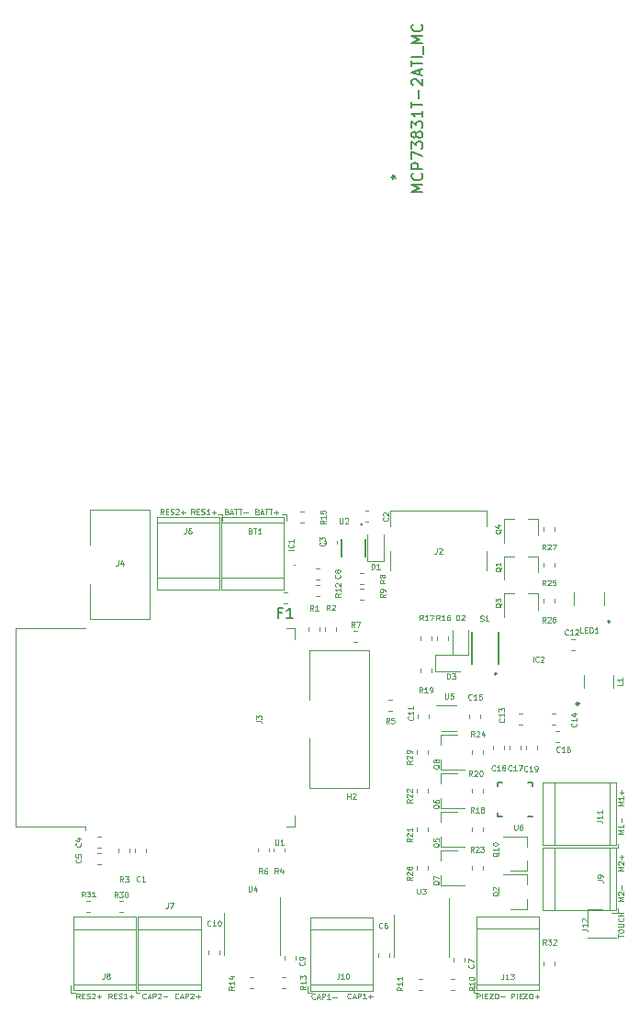
<source format=gbr>
G04 #@! TF.GenerationSoftware,KiCad,Pcbnew,(5.1.5)-2*
G04 #@! TF.CreationDate,2021-04-18T14:05:11+02:00*
G04 #@! TF.ProjectId,Versie2,56657273-6965-4322-9e6b-696361645f70,rev?*
G04 #@! TF.SameCoordinates,Original*
G04 #@! TF.FileFunction,Legend,Top*
G04 #@! TF.FilePolarity,Positive*
%FSLAX46Y46*%
G04 Gerber Fmt 4.6, Leading zero omitted, Abs format (unit mm)*
G04 Created by KiCad (PCBNEW (5.1.5)-2) date 2021-04-18 14:05:11*
%MOMM*%
%LPD*%
G04 APERTURE LIST*
%ADD10C,0.100000*%
%ADD11C,0.120000*%
%ADD12C,0.152400*%
%ADD13C,0.250000*%
%ADD14C,0.200000*%
%ADD15C,0.150000*%
G04 APERTURE END LIST*
D10*
X102447885Y-94663390D02*
X102447885Y-94163390D01*
X102638361Y-94163390D01*
X102685980Y-94187200D01*
X102709790Y-94211009D01*
X102733600Y-94258628D01*
X102733600Y-94330057D01*
X102709790Y-94377676D01*
X102685980Y-94401485D01*
X102638361Y-94425295D01*
X102447885Y-94425295D01*
X102947885Y-94663390D02*
X102947885Y-94163390D01*
X103185980Y-94401485D02*
X103352647Y-94401485D01*
X103424076Y-94663390D02*
X103185980Y-94663390D01*
X103185980Y-94163390D01*
X103424076Y-94163390D01*
X103590742Y-94163390D02*
X103924076Y-94163390D01*
X103590742Y-94663390D01*
X103924076Y-94663390D01*
X104209790Y-94163390D02*
X104305028Y-94163390D01*
X104352647Y-94187200D01*
X104400266Y-94234819D01*
X104424076Y-94330057D01*
X104424076Y-94496723D01*
X104400266Y-94591961D01*
X104352647Y-94639580D01*
X104305028Y-94663390D01*
X104209790Y-94663390D01*
X104162171Y-94639580D01*
X104114552Y-94591961D01*
X104090742Y-94496723D01*
X104090742Y-94330057D01*
X104114552Y-94234819D01*
X104162171Y-94187200D01*
X104209790Y-94163390D01*
X104638361Y-94472914D02*
X105019314Y-94472914D01*
X82230952Y-49764285D02*
X82302380Y-49788095D01*
X82326190Y-49811904D01*
X82350000Y-49859523D01*
X82350000Y-49930952D01*
X82326190Y-49978571D01*
X82302380Y-50002380D01*
X82254761Y-50026190D01*
X82064285Y-50026190D01*
X82064285Y-49526190D01*
X82230952Y-49526190D01*
X82278571Y-49550000D01*
X82302380Y-49573809D01*
X82326190Y-49621428D01*
X82326190Y-49669047D01*
X82302380Y-49716666D01*
X82278571Y-49740476D01*
X82230952Y-49764285D01*
X82064285Y-49764285D01*
X82540476Y-49883333D02*
X82778571Y-49883333D01*
X82492857Y-50026190D02*
X82659523Y-49526190D01*
X82826190Y-50026190D01*
X82921428Y-49526190D02*
X83207142Y-49526190D01*
X83064285Y-50026190D02*
X83064285Y-49526190D01*
X83302380Y-49526190D02*
X83588095Y-49526190D01*
X83445238Y-50026190D02*
X83445238Y-49526190D01*
X83754761Y-49835714D02*
X84135714Y-49835714D01*
X83945238Y-50026190D02*
X83945238Y-49645238D01*
X79430952Y-49764285D02*
X79502380Y-49788095D01*
X79526190Y-49811904D01*
X79550000Y-49859523D01*
X79550000Y-49930952D01*
X79526190Y-49978571D01*
X79502380Y-50002380D01*
X79454761Y-50026190D01*
X79264285Y-50026190D01*
X79264285Y-49526190D01*
X79430952Y-49526190D01*
X79478571Y-49550000D01*
X79502380Y-49573809D01*
X79526190Y-49621428D01*
X79526190Y-49669047D01*
X79502380Y-49716666D01*
X79478571Y-49740476D01*
X79430952Y-49764285D01*
X79264285Y-49764285D01*
X79740476Y-49883333D02*
X79978571Y-49883333D01*
X79692857Y-50026190D02*
X79859523Y-49526190D01*
X80026190Y-50026190D01*
X80121428Y-49526190D02*
X80407142Y-49526190D01*
X80264285Y-50026190D02*
X80264285Y-49526190D01*
X80502380Y-49526190D02*
X80788095Y-49526190D01*
X80645238Y-50026190D02*
X80645238Y-49526190D01*
X80954761Y-49835714D02*
X81335714Y-49835714D01*
X76422357Y-50010190D02*
X76255690Y-49772095D01*
X76136642Y-50010190D02*
X76136642Y-49510190D01*
X76327119Y-49510190D01*
X76374738Y-49534000D01*
X76398547Y-49557809D01*
X76422357Y-49605428D01*
X76422357Y-49676857D01*
X76398547Y-49724476D01*
X76374738Y-49748285D01*
X76327119Y-49772095D01*
X76136642Y-49772095D01*
X76636642Y-49748285D02*
X76803309Y-49748285D01*
X76874738Y-50010190D02*
X76636642Y-50010190D01*
X76636642Y-49510190D01*
X76874738Y-49510190D01*
X77065214Y-49986380D02*
X77136642Y-50010190D01*
X77255690Y-50010190D01*
X77303309Y-49986380D01*
X77327119Y-49962571D01*
X77350928Y-49914952D01*
X77350928Y-49867333D01*
X77327119Y-49819714D01*
X77303309Y-49795904D01*
X77255690Y-49772095D01*
X77160452Y-49748285D01*
X77112833Y-49724476D01*
X77089023Y-49700666D01*
X77065214Y-49653047D01*
X77065214Y-49605428D01*
X77089023Y-49557809D01*
X77112833Y-49534000D01*
X77160452Y-49510190D01*
X77279500Y-49510190D01*
X77350928Y-49534000D01*
X77827119Y-50010190D02*
X77541404Y-50010190D01*
X77684261Y-50010190D02*
X77684261Y-49510190D01*
X77636642Y-49581619D01*
X77589023Y-49629238D01*
X77541404Y-49653047D01*
X78041404Y-49819714D02*
X78422357Y-49819714D01*
X78231880Y-50010190D02*
X78231880Y-49629238D01*
X73564857Y-50010190D02*
X73398190Y-49772095D01*
X73279142Y-50010190D02*
X73279142Y-49510190D01*
X73469619Y-49510190D01*
X73517238Y-49534000D01*
X73541047Y-49557809D01*
X73564857Y-49605428D01*
X73564857Y-49676857D01*
X73541047Y-49724476D01*
X73517238Y-49748285D01*
X73469619Y-49772095D01*
X73279142Y-49772095D01*
X73779142Y-49748285D02*
X73945809Y-49748285D01*
X74017238Y-50010190D02*
X73779142Y-50010190D01*
X73779142Y-49510190D01*
X74017238Y-49510190D01*
X74207714Y-49986380D02*
X74279142Y-50010190D01*
X74398190Y-50010190D01*
X74445809Y-49986380D01*
X74469619Y-49962571D01*
X74493428Y-49914952D01*
X74493428Y-49867333D01*
X74469619Y-49819714D01*
X74445809Y-49795904D01*
X74398190Y-49772095D01*
X74302952Y-49748285D01*
X74255333Y-49724476D01*
X74231523Y-49700666D01*
X74207714Y-49653047D01*
X74207714Y-49605428D01*
X74231523Y-49557809D01*
X74255333Y-49534000D01*
X74302952Y-49510190D01*
X74422000Y-49510190D01*
X74493428Y-49534000D01*
X74683904Y-49557809D02*
X74707714Y-49534000D01*
X74755333Y-49510190D01*
X74874380Y-49510190D01*
X74922000Y-49534000D01*
X74945809Y-49557809D01*
X74969619Y-49605428D01*
X74969619Y-49653047D01*
X74945809Y-49724476D01*
X74660095Y-50010190D01*
X74969619Y-50010190D01*
X75183904Y-49819714D02*
X75564857Y-49819714D01*
X75374380Y-50010190D02*
X75374380Y-49629238D01*
X115499390Y-89011771D02*
X115499390Y-88726057D01*
X115999390Y-88868914D02*
X115499390Y-88868914D01*
X115499390Y-88464152D02*
X115499390Y-88368914D01*
X115523200Y-88321295D01*
X115570819Y-88273676D01*
X115666057Y-88249866D01*
X115832723Y-88249866D01*
X115927961Y-88273676D01*
X115975580Y-88321295D01*
X115999390Y-88368914D01*
X115999390Y-88464152D01*
X115975580Y-88511771D01*
X115927961Y-88559390D01*
X115832723Y-88583200D01*
X115666057Y-88583200D01*
X115570819Y-88559390D01*
X115523200Y-88511771D01*
X115499390Y-88464152D01*
X115499390Y-88035580D02*
X115904152Y-88035580D01*
X115951771Y-88011771D01*
X115975580Y-87987961D01*
X115999390Y-87940342D01*
X115999390Y-87845104D01*
X115975580Y-87797485D01*
X115951771Y-87773676D01*
X115904152Y-87749866D01*
X115499390Y-87749866D01*
X115951771Y-87226057D02*
X115975580Y-87249866D01*
X115999390Y-87321295D01*
X115999390Y-87368914D01*
X115975580Y-87440342D01*
X115927961Y-87487961D01*
X115880342Y-87511771D01*
X115785104Y-87535580D01*
X115713676Y-87535580D01*
X115618438Y-87511771D01*
X115570819Y-87487961D01*
X115523200Y-87440342D01*
X115499390Y-87368914D01*
X115499390Y-87321295D01*
X115523200Y-87249866D01*
X115547009Y-87226057D01*
X115999390Y-87011771D02*
X115499390Y-87011771D01*
X115737485Y-87011771D02*
X115737485Y-86726057D01*
X115999390Y-86726057D02*
X115499390Y-86726057D01*
X115999390Y-76863485D02*
X115499390Y-76863485D01*
X115856533Y-76696819D01*
X115499390Y-76530152D01*
X115999390Y-76530152D01*
X115999390Y-76030152D02*
X115999390Y-76315866D01*
X115999390Y-76173009D02*
X115499390Y-76173009D01*
X115570819Y-76220628D01*
X115618438Y-76268247D01*
X115642247Y-76315866D01*
X115808914Y-75815866D02*
X115808914Y-75434914D01*
X115999390Y-75625390D02*
X115618438Y-75625390D01*
X115999390Y-79454285D02*
X115499390Y-79454285D01*
X115856533Y-79287619D01*
X115499390Y-79120952D01*
X115999390Y-79120952D01*
X115999390Y-78620952D02*
X115999390Y-78906666D01*
X115999390Y-78763809D02*
X115499390Y-78763809D01*
X115570819Y-78811428D01*
X115618438Y-78859047D01*
X115642247Y-78906666D01*
X115808914Y-78406666D02*
X115808914Y-78025714D01*
X115999390Y-82857885D02*
X115499390Y-82857885D01*
X115856533Y-82691219D01*
X115499390Y-82524552D01*
X115999390Y-82524552D01*
X115547009Y-82310266D02*
X115523200Y-82286457D01*
X115499390Y-82238838D01*
X115499390Y-82119790D01*
X115523200Y-82072171D01*
X115547009Y-82048361D01*
X115594628Y-82024552D01*
X115642247Y-82024552D01*
X115713676Y-82048361D01*
X115999390Y-82334076D01*
X115999390Y-82024552D01*
X115808914Y-81810266D02*
X115808914Y-81429314D01*
X115999390Y-81619790D02*
X115618438Y-81619790D01*
X115999390Y-85651885D02*
X115499390Y-85651885D01*
X115856533Y-85485219D01*
X115499390Y-85318552D01*
X115999390Y-85318552D01*
X115547009Y-85104266D02*
X115523200Y-85080457D01*
X115499390Y-85032838D01*
X115499390Y-84913790D01*
X115523200Y-84866171D01*
X115547009Y-84842361D01*
X115594628Y-84818552D01*
X115642247Y-84818552D01*
X115713676Y-84842361D01*
X115999390Y-85128076D01*
X115999390Y-84818552D01*
X115808914Y-84604266D02*
X115808914Y-84223314D01*
X105648285Y-94663390D02*
X105648285Y-94163390D01*
X105838761Y-94163390D01*
X105886380Y-94187200D01*
X105910190Y-94211009D01*
X105934000Y-94258628D01*
X105934000Y-94330057D01*
X105910190Y-94377676D01*
X105886380Y-94401485D01*
X105838761Y-94425295D01*
X105648285Y-94425295D01*
X106148285Y-94663390D02*
X106148285Y-94163390D01*
X106386380Y-94401485D02*
X106553047Y-94401485D01*
X106624476Y-94663390D02*
X106386380Y-94663390D01*
X106386380Y-94163390D01*
X106624476Y-94163390D01*
X106791142Y-94163390D02*
X107124476Y-94163390D01*
X106791142Y-94663390D01*
X107124476Y-94663390D01*
X107410190Y-94163390D02*
X107505428Y-94163390D01*
X107553047Y-94187200D01*
X107600666Y-94234819D01*
X107624476Y-94330057D01*
X107624476Y-94496723D01*
X107600666Y-94591961D01*
X107553047Y-94639580D01*
X107505428Y-94663390D01*
X107410190Y-94663390D01*
X107362571Y-94639580D01*
X107314952Y-94591961D01*
X107291142Y-94496723D01*
X107291142Y-94330057D01*
X107314952Y-94234819D01*
X107362571Y-94187200D01*
X107410190Y-94163390D01*
X107838761Y-94472914D02*
X108219714Y-94472914D01*
X108029238Y-94663390D02*
X108029238Y-94282438D01*
X90836857Y-94615771D02*
X90813047Y-94639580D01*
X90741619Y-94663390D01*
X90694000Y-94663390D01*
X90622571Y-94639580D01*
X90574952Y-94591961D01*
X90551142Y-94544342D01*
X90527333Y-94449104D01*
X90527333Y-94377676D01*
X90551142Y-94282438D01*
X90574952Y-94234819D01*
X90622571Y-94187200D01*
X90694000Y-94163390D01*
X90741619Y-94163390D01*
X90813047Y-94187200D01*
X90836857Y-94211009D01*
X91027333Y-94520533D02*
X91265428Y-94520533D01*
X90979714Y-94663390D02*
X91146380Y-94163390D01*
X91313047Y-94663390D01*
X91479714Y-94663390D02*
X91479714Y-94163390D01*
X91670190Y-94163390D01*
X91717809Y-94187200D01*
X91741619Y-94211009D01*
X91765428Y-94258628D01*
X91765428Y-94330057D01*
X91741619Y-94377676D01*
X91717809Y-94401485D01*
X91670190Y-94425295D01*
X91479714Y-94425295D01*
X92241619Y-94663390D02*
X91955904Y-94663390D01*
X92098761Y-94663390D02*
X92098761Y-94163390D01*
X92051142Y-94234819D01*
X92003523Y-94282438D01*
X91955904Y-94306247D01*
X92455904Y-94472914D02*
X92836857Y-94472914D01*
X92646380Y-94663390D02*
X92646380Y-94282438D01*
X87534857Y-94647971D02*
X87511047Y-94671780D01*
X87439619Y-94695590D01*
X87392000Y-94695590D01*
X87320571Y-94671780D01*
X87272952Y-94624161D01*
X87249142Y-94576542D01*
X87225333Y-94481304D01*
X87225333Y-94409876D01*
X87249142Y-94314638D01*
X87272952Y-94267019D01*
X87320571Y-94219400D01*
X87392000Y-94195590D01*
X87439619Y-94195590D01*
X87511047Y-94219400D01*
X87534857Y-94243209D01*
X87725333Y-94552733D02*
X87963428Y-94552733D01*
X87677714Y-94695590D02*
X87844380Y-94195590D01*
X88011047Y-94695590D01*
X88177714Y-94695590D02*
X88177714Y-94195590D01*
X88368190Y-94195590D01*
X88415809Y-94219400D01*
X88439619Y-94243209D01*
X88463428Y-94290828D01*
X88463428Y-94362257D01*
X88439619Y-94409876D01*
X88415809Y-94433685D01*
X88368190Y-94457495D01*
X88177714Y-94457495D01*
X88939619Y-94695590D02*
X88653904Y-94695590D01*
X88796761Y-94695590D02*
X88796761Y-94195590D01*
X88749142Y-94267019D01*
X88701523Y-94314638D01*
X88653904Y-94338447D01*
X89153904Y-94505114D02*
X89534857Y-94505114D01*
X74936457Y-94615771D02*
X74912647Y-94639580D01*
X74841219Y-94663390D01*
X74793600Y-94663390D01*
X74722171Y-94639580D01*
X74674552Y-94591961D01*
X74650742Y-94544342D01*
X74626933Y-94449104D01*
X74626933Y-94377676D01*
X74650742Y-94282438D01*
X74674552Y-94234819D01*
X74722171Y-94187200D01*
X74793600Y-94163390D01*
X74841219Y-94163390D01*
X74912647Y-94187200D01*
X74936457Y-94211009D01*
X75126933Y-94520533D02*
X75365028Y-94520533D01*
X75079314Y-94663390D02*
X75245980Y-94163390D01*
X75412647Y-94663390D01*
X75579314Y-94663390D02*
X75579314Y-94163390D01*
X75769790Y-94163390D01*
X75817409Y-94187200D01*
X75841219Y-94211009D01*
X75865028Y-94258628D01*
X75865028Y-94330057D01*
X75841219Y-94377676D01*
X75817409Y-94401485D01*
X75769790Y-94425295D01*
X75579314Y-94425295D01*
X76055504Y-94211009D02*
X76079314Y-94187200D01*
X76126933Y-94163390D01*
X76245980Y-94163390D01*
X76293600Y-94187200D01*
X76317409Y-94211009D01*
X76341219Y-94258628D01*
X76341219Y-94306247D01*
X76317409Y-94377676D01*
X76031695Y-94663390D01*
X76341219Y-94663390D01*
X76555504Y-94472914D02*
X76936457Y-94472914D01*
X76745980Y-94663390D02*
X76745980Y-94282438D01*
X71939257Y-94615771D02*
X71915447Y-94639580D01*
X71844019Y-94663390D01*
X71796400Y-94663390D01*
X71724971Y-94639580D01*
X71677352Y-94591961D01*
X71653542Y-94544342D01*
X71629733Y-94449104D01*
X71629733Y-94377676D01*
X71653542Y-94282438D01*
X71677352Y-94234819D01*
X71724971Y-94187200D01*
X71796400Y-94163390D01*
X71844019Y-94163390D01*
X71915447Y-94187200D01*
X71939257Y-94211009D01*
X72129733Y-94520533D02*
X72367828Y-94520533D01*
X72082114Y-94663390D02*
X72248780Y-94163390D01*
X72415447Y-94663390D01*
X72582114Y-94663390D02*
X72582114Y-94163390D01*
X72772590Y-94163390D01*
X72820209Y-94187200D01*
X72844019Y-94211009D01*
X72867828Y-94258628D01*
X72867828Y-94330057D01*
X72844019Y-94377676D01*
X72820209Y-94401485D01*
X72772590Y-94425295D01*
X72582114Y-94425295D01*
X73058304Y-94211009D02*
X73082114Y-94187200D01*
X73129733Y-94163390D01*
X73248780Y-94163390D01*
X73296400Y-94187200D01*
X73320209Y-94211009D01*
X73344019Y-94258628D01*
X73344019Y-94306247D01*
X73320209Y-94377676D01*
X73034495Y-94663390D01*
X73344019Y-94663390D01*
X73558304Y-94472914D02*
X73939257Y-94472914D01*
X65843257Y-94663390D02*
X65676590Y-94425295D01*
X65557542Y-94663390D02*
X65557542Y-94163390D01*
X65748019Y-94163390D01*
X65795638Y-94187200D01*
X65819447Y-94211009D01*
X65843257Y-94258628D01*
X65843257Y-94330057D01*
X65819447Y-94377676D01*
X65795638Y-94401485D01*
X65748019Y-94425295D01*
X65557542Y-94425295D01*
X66057542Y-94401485D02*
X66224209Y-94401485D01*
X66295638Y-94663390D02*
X66057542Y-94663390D01*
X66057542Y-94163390D01*
X66295638Y-94163390D01*
X66486114Y-94639580D02*
X66557542Y-94663390D01*
X66676590Y-94663390D01*
X66724209Y-94639580D01*
X66748019Y-94615771D01*
X66771828Y-94568152D01*
X66771828Y-94520533D01*
X66748019Y-94472914D01*
X66724209Y-94449104D01*
X66676590Y-94425295D01*
X66581352Y-94401485D01*
X66533733Y-94377676D01*
X66509923Y-94353866D01*
X66486114Y-94306247D01*
X66486114Y-94258628D01*
X66509923Y-94211009D01*
X66533733Y-94187200D01*
X66581352Y-94163390D01*
X66700400Y-94163390D01*
X66771828Y-94187200D01*
X66962304Y-94211009D02*
X66986114Y-94187200D01*
X67033733Y-94163390D01*
X67152780Y-94163390D01*
X67200400Y-94187200D01*
X67224209Y-94211009D01*
X67248019Y-94258628D01*
X67248019Y-94306247D01*
X67224209Y-94377676D01*
X66938495Y-94663390D01*
X67248019Y-94663390D01*
X67462304Y-94472914D02*
X67843257Y-94472914D01*
X67652780Y-94663390D02*
X67652780Y-94282438D01*
X68789657Y-94663390D02*
X68622990Y-94425295D01*
X68503942Y-94663390D02*
X68503942Y-94163390D01*
X68694419Y-94163390D01*
X68742038Y-94187200D01*
X68765847Y-94211009D01*
X68789657Y-94258628D01*
X68789657Y-94330057D01*
X68765847Y-94377676D01*
X68742038Y-94401485D01*
X68694419Y-94425295D01*
X68503942Y-94425295D01*
X69003942Y-94401485D02*
X69170609Y-94401485D01*
X69242038Y-94663390D02*
X69003942Y-94663390D01*
X69003942Y-94163390D01*
X69242038Y-94163390D01*
X69432514Y-94639580D02*
X69503942Y-94663390D01*
X69622990Y-94663390D01*
X69670609Y-94639580D01*
X69694419Y-94615771D01*
X69718228Y-94568152D01*
X69718228Y-94520533D01*
X69694419Y-94472914D01*
X69670609Y-94449104D01*
X69622990Y-94425295D01*
X69527752Y-94401485D01*
X69480133Y-94377676D01*
X69456323Y-94353866D01*
X69432514Y-94306247D01*
X69432514Y-94258628D01*
X69456323Y-94211009D01*
X69480133Y-94187200D01*
X69527752Y-94163390D01*
X69646800Y-94163390D01*
X69718228Y-94187200D01*
X70194419Y-94663390D02*
X69908704Y-94663390D01*
X70051561Y-94663390D02*
X70051561Y-94163390D01*
X70003942Y-94234819D01*
X69956323Y-94282438D01*
X69908704Y-94306247D01*
X70408704Y-94472914D02*
X70789657Y-94472914D01*
X70599180Y-94663390D02*
X70599180Y-94282438D01*
D11*
X87594221Y-54989000D02*
X87919779Y-54989000D01*
X87594221Y-56009000D02*
X87919779Y-56009000D01*
X72295200Y-49555000D02*
X72295200Y-59665000D01*
X72295200Y-49555000D02*
X66795200Y-49555000D01*
X66795200Y-49555000D02*
X66795200Y-52810000D01*
X66795200Y-59665000D02*
X72295200Y-59665000D01*
X66795200Y-59665000D02*
X66795200Y-56410000D01*
D12*
X89954100Y-52321067D02*
X89954100Y-53870733D01*
X92214700Y-53870733D02*
X92214700Y-52321067D01*
X91767536Y-50904354D02*
G75*
G03X91910600Y-50940900I66864J-36546D01*
G01*
D11*
X84678000Y-50744000D02*
X78898000Y-50744000D01*
X84678000Y-55844000D02*
X78898000Y-55844000D01*
X84678000Y-56964000D02*
X78898000Y-56964000D01*
X84678000Y-50224000D02*
X78898000Y-50224000D01*
X84678000Y-56964000D02*
X84678000Y-50224000D01*
X78898000Y-56964000D02*
X78898000Y-50224000D01*
X84918000Y-50624000D02*
X84918000Y-49984000D01*
X84918000Y-49984000D02*
X84518000Y-49984000D01*
X92381400Y-51900900D02*
X92381400Y-54360900D01*
X92381400Y-54360900D02*
X93851400Y-54360900D01*
X93851400Y-54360900D02*
X93851400Y-51900900D01*
D10*
X85608900Y-54670100D02*
G75*
G02X85708900Y-54670100I50000J0D01*
G01*
X85708900Y-54670100D02*
G75*
G02X85608900Y-54670100I-50000J0D01*
G01*
X85708900Y-54670100D02*
X85708900Y-54670100D01*
X85608900Y-54670100D02*
X85608900Y-54670100D01*
D13*
X111880000Y-67474900D02*
G75*
G03X111880000Y-67474900I-125000J0D01*
G01*
D11*
X103403000Y-55153000D02*
X103403000Y-53353000D01*
X103403000Y-49643000D02*
X103403000Y-51103000D01*
X94463000Y-49643000D02*
X94463000Y-51103000D01*
X94463000Y-55153000D02*
X94463000Y-53353000D01*
X94463000Y-49643000D02*
X103403000Y-49643000D01*
X78949000Y-49984000D02*
X78549000Y-49984000D01*
X78949000Y-50624000D02*
X78949000Y-49984000D01*
X72929000Y-56964000D02*
X72929000Y-50224000D01*
X78709000Y-56964000D02*
X78709000Y-50224000D01*
X78709000Y-50224000D02*
X72929000Y-50224000D01*
X78709000Y-56964000D02*
X72929000Y-56964000D01*
X78709000Y-55844000D02*
X72929000Y-55844000D01*
X78709000Y-50744000D02*
X72929000Y-50744000D01*
X70988700Y-94099100D02*
X71388700Y-94099100D01*
X70988700Y-93459100D02*
X70988700Y-94099100D01*
X77008700Y-87119100D02*
X77008700Y-93859100D01*
X71228700Y-87119100D02*
X71228700Y-93859100D01*
X71228700Y-93859100D02*
X77008700Y-93859100D01*
X71228700Y-87119100D02*
X77008700Y-87119100D01*
X71228700Y-88239100D02*
X77008700Y-88239100D01*
X71228700Y-93339100D02*
X77008700Y-93339100D01*
X65032400Y-94099100D02*
X65432400Y-94099100D01*
X65032400Y-93459100D02*
X65032400Y-94099100D01*
X71052400Y-87119100D02*
X71052400Y-93859100D01*
X65272400Y-87119100D02*
X65272400Y-93859100D01*
X65272400Y-93859100D02*
X71052400Y-93859100D01*
X65272400Y-87119100D02*
X71052400Y-87119100D01*
X65272400Y-88239100D02*
X71052400Y-88239100D01*
X65272400Y-93339100D02*
X71052400Y-93339100D01*
X115510000Y-86760000D02*
X115510000Y-86360000D01*
X114870000Y-86760000D02*
X115510000Y-86760000D01*
X108530000Y-80740000D02*
X115270000Y-80740000D01*
X108530000Y-86520000D02*
X115270000Y-86520000D01*
X115270000Y-86520000D02*
X115270000Y-80740000D01*
X108530000Y-86520000D02*
X108530000Y-80740000D01*
X109650000Y-86520000D02*
X109650000Y-80740000D01*
X114750000Y-86520000D02*
X114750000Y-80740000D01*
X87091000Y-93389900D02*
X92871000Y-93389900D01*
X87091000Y-88289900D02*
X92871000Y-88289900D01*
X87091000Y-87169900D02*
X92871000Y-87169900D01*
X87091000Y-93909900D02*
X92871000Y-93909900D01*
X87091000Y-87169900D02*
X87091000Y-93909900D01*
X92871000Y-87169900D02*
X92871000Y-93909900D01*
X86851000Y-93509900D02*
X86851000Y-94149900D01*
X86851000Y-94149900D02*
X87251000Y-94149900D01*
X115510000Y-80760000D02*
X115510000Y-80360000D01*
X114870000Y-80760000D02*
X115510000Y-80760000D01*
X108530000Y-74740000D02*
X115270000Y-74740000D01*
X108530000Y-80520000D02*
X115270000Y-80520000D01*
X115270000Y-80520000D02*
X115270000Y-74740000D01*
X108530000Y-80520000D02*
X108530000Y-74740000D01*
X109650000Y-80520000D02*
X109650000Y-74740000D01*
X114750000Y-80520000D02*
X114750000Y-74740000D01*
X115025000Y-64836336D02*
X115025000Y-66040464D01*
X112305000Y-64836336D02*
X112305000Y-66040464D01*
D14*
X114639500Y-59985000D02*
G75*
G02X114639500Y-59785000I0J100000D01*
G01*
X114639500Y-59785000D02*
G75*
G02X114639500Y-59985000I0J-100000D01*
G01*
D10*
X111439500Y-58385000D02*
X111439500Y-57185000D01*
X114239500Y-58385000D02*
X114239500Y-57185000D01*
D14*
X114639500Y-59785000D02*
X114639500Y-59785000D01*
X114639500Y-59985000D02*
X114639500Y-59985000D01*
D11*
X108130200Y-53888100D02*
X108130200Y-55348100D01*
X104970200Y-53888100D02*
X104970200Y-56048100D01*
X104970200Y-53888100D02*
X105900200Y-53888100D01*
X108130200Y-53888100D02*
X107200200Y-53888100D01*
X107060000Y-86380000D02*
X105600000Y-86380000D01*
X107060000Y-83220000D02*
X104900000Y-83220000D01*
X107060000Y-83220000D02*
X107060000Y-84150000D01*
X107060000Y-86380000D02*
X107060000Y-85450000D01*
X108130200Y-57317100D02*
X108130200Y-58777100D01*
X104970200Y-57317100D02*
X104970200Y-59477100D01*
X104970200Y-57317100D02*
X105900200Y-57317100D01*
X108130200Y-57317100D02*
X107200200Y-57317100D01*
X108130200Y-50459100D02*
X108130200Y-51919100D01*
X104970200Y-50459100D02*
X104970200Y-52619100D01*
X104970200Y-50459100D02*
X105900200Y-50459100D01*
X108130200Y-50459100D02*
X107200200Y-50459100D01*
X99170200Y-77477500D02*
X100630200Y-77477500D01*
X99170200Y-80637500D02*
X101330200Y-80637500D01*
X99170200Y-80637500D02*
X99170200Y-79707500D01*
X99170200Y-77477500D02*
X99170200Y-78407500D01*
X99170200Y-73921500D02*
X99170200Y-74851500D01*
X99170200Y-77081500D02*
X99170200Y-76151500D01*
X99170200Y-77081500D02*
X101330200Y-77081500D01*
X99170200Y-73921500D02*
X100630200Y-73921500D01*
X99170200Y-81033500D02*
X99170200Y-81963500D01*
X99170200Y-84193500D02*
X99170200Y-83263500D01*
X99170200Y-84193500D02*
X101330200Y-84193500D01*
X99170200Y-81033500D02*
X100630200Y-81033500D01*
X99170200Y-70365500D02*
X100630200Y-70365500D01*
X99170200Y-73525500D02*
X101330200Y-73525500D01*
X99170200Y-73525500D02*
X99170200Y-72595500D01*
X99170200Y-70365500D02*
X99170200Y-71295500D01*
X107060000Y-82880000D02*
X107060000Y-81950000D01*
X107060000Y-79720000D02*
X107060000Y-80650000D01*
X107060000Y-79720000D02*
X104900000Y-79720000D01*
X107060000Y-82880000D02*
X105600000Y-82880000D01*
D14*
X104296600Y-64723800D02*
G75*
G03X104296600Y-64723800I-100000J0D01*
G01*
X101975600Y-60828800D02*
X101975600Y-63828800D01*
X104475600Y-60828800D02*
X104475600Y-63828800D01*
D11*
X84919000Y-78764000D02*
X85699000Y-78764000D01*
X85699000Y-78764000D02*
X85699000Y-77764000D01*
X84919000Y-60524000D02*
X85699000Y-60524000D01*
X85699000Y-60524000D02*
X85699000Y-61524000D01*
X59954000Y-78764000D02*
X59954000Y-60524000D01*
X59954000Y-60524000D02*
X66374000Y-60524000D01*
X59954000Y-78764000D02*
X66374000Y-78764000D01*
X66374000Y-78764000D02*
X66374000Y-79144000D01*
X100600000Y-67640000D02*
X98700000Y-67640000D01*
X99200000Y-69960000D02*
X100600000Y-69960000D01*
D15*
X107600000Y-74700000D02*
X107600000Y-75100000D01*
X107600000Y-74700000D02*
X107200000Y-74700000D01*
X104400000Y-74700000D02*
X104400000Y-75100000D01*
X104400000Y-74700000D02*
X104800000Y-74700000D01*
X104400000Y-77900000D02*
X104400000Y-77500000D01*
X104400000Y-77900000D02*
X104800000Y-77900000D01*
X107600000Y-77900000D02*
X107200000Y-77900000D01*
D11*
X71960200Y-81150779D02*
X71960200Y-80825221D01*
X70940200Y-81150779D02*
X70940200Y-80825221D01*
X92475279Y-50710000D02*
X92149721Y-50710000D01*
X92475279Y-49690000D02*
X92149721Y-49690000D01*
X88542400Y-52425121D02*
X88542400Y-52750679D01*
X89562400Y-52425121D02*
X89562400Y-52750679D01*
X67815579Y-79728600D02*
X67490021Y-79728600D01*
X67815579Y-80748600D02*
X67490021Y-80748600D01*
X67815779Y-82247200D02*
X67490221Y-82247200D01*
X67815779Y-81227200D02*
X67490221Y-81227200D01*
X93382600Y-90778779D02*
X93382600Y-90453221D01*
X94402600Y-90778779D02*
X94402600Y-90453221D01*
X101298700Y-91248879D02*
X101298700Y-90923321D01*
X100278700Y-91248879D02*
X100278700Y-90923321D01*
X84721200Y-91083779D02*
X84721200Y-90758221D01*
X85741200Y-91083779D02*
X85741200Y-90758221D01*
X78705400Y-90575779D02*
X78705400Y-90250221D01*
X77685400Y-90575779D02*
X77685400Y-90250221D01*
X96990000Y-68775279D02*
X96990000Y-68449721D01*
X98010000Y-68775279D02*
X98010000Y-68449721D01*
X111475279Y-61510500D02*
X111149721Y-61510500D01*
X111475279Y-62530500D02*
X111149721Y-62530500D01*
X106364721Y-68345900D02*
X106690279Y-68345900D01*
X106364721Y-69365900D02*
X106690279Y-69365900D01*
X109349221Y-69365900D02*
X109674779Y-69365900D01*
X109349221Y-68345900D02*
X109674779Y-68345900D01*
X101790000Y-68494721D02*
X101790000Y-68820279D01*
X102810000Y-68494721D02*
X102810000Y-68820279D01*
X110030379Y-71029600D02*
X109704821Y-71029600D01*
X110030379Y-70009600D02*
X109704821Y-70009600D01*
X105456000Y-71685679D02*
X105456000Y-71360121D01*
X106476000Y-71685679D02*
X106476000Y-71360121D01*
X103932000Y-71671679D02*
X103932000Y-71346121D01*
X104952000Y-71671679D02*
X104952000Y-71346121D01*
X108000000Y-71685679D02*
X108000000Y-71360121D01*
X106980000Y-71685679D02*
X106980000Y-71360121D01*
X87962200Y-60403621D02*
X87962200Y-60729179D01*
X86942200Y-60403621D02*
X86942200Y-60729179D01*
X88491600Y-60403621D02*
X88491600Y-60729179D01*
X89511600Y-60403621D02*
X89511600Y-60729179D01*
X70436200Y-81150779D02*
X70436200Y-80825221D01*
X69416200Y-81150779D02*
X69416200Y-80825221D01*
X84736400Y-80787121D02*
X84736400Y-81112679D01*
X83716400Y-80787121D02*
X83716400Y-81112679D01*
X94625479Y-67104800D02*
X94299921Y-67104800D01*
X94625479Y-68124800D02*
X94299921Y-68124800D01*
X82243200Y-80787121D02*
X82243200Y-81112679D01*
X83263200Y-80787121D02*
X83263200Y-81112679D01*
X91124721Y-60790000D02*
X91450279Y-60790000D01*
X91124721Y-61810000D02*
X91450279Y-61810000D01*
X91983779Y-55433500D02*
X91658221Y-55433500D01*
X91983779Y-56453500D02*
X91658221Y-56453500D01*
X91983779Y-57914000D02*
X91658221Y-57914000D01*
X91983779Y-56894000D02*
X91658221Y-56894000D01*
X100416679Y-92836600D02*
X100091121Y-92836600D01*
X100416679Y-93856600D02*
X100091121Y-93856600D01*
X97419479Y-93856600D02*
X97093921Y-93856600D01*
X97419479Y-92836600D02*
X97093921Y-92836600D01*
X87950279Y-57510000D02*
X87624721Y-57510000D01*
X87950279Y-56490000D02*
X87624721Y-56490000D01*
X84784479Y-92668700D02*
X84458921Y-92668700D01*
X84784479Y-93688700D02*
X84458921Y-93688700D01*
X81837979Y-93688700D02*
X81512421Y-93688700D01*
X81837979Y-92668700D02*
X81512421Y-92668700D01*
X86522679Y-49756600D02*
X86197121Y-49756600D01*
X86522679Y-50776600D02*
X86197121Y-50776600D01*
X99798600Y-61263021D02*
X99798600Y-61588579D01*
X98778600Y-61263021D02*
X98778600Y-61588579D01*
X97254600Y-61602579D02*
X97254600Y-61277021D01*
X98274600Y-61602579D02*
X98274600Y-61277021D01*
X101976200Y-79206279D02*
X101976200Y-78880721D01*
X102996200Y-79206279D02*
X102996200Y-78880721D01*
X97254600Y-64223521D02*
X97254600Y-64549079D01*
X98274600Y-64223521D02*
X98274600Y-64549079D01*
X102996200Y-75678279D02*
X102996200Y-75352721D01*
X101976200Y-75678279D02*
X101976200Y-75352721D01*
X96896200Y-78880721D02*
X96896200Y-79206279D01*
X97916200Y-78880721D02*
X97916200Y-79206279D01*
X97916200Y-75324721D02*
X97916200Y-75650279D01*
X96896200Y-75324721D02*
X96896200Y-75650279D01*
X102996200Y-82790279D02*
X102996200Y-82464721D01*
X101976200Y-82790279D02*
X101976200Y-82464721D01*
X101976200Y-72094279D02*
X101976200Y-71768721D01*
X102996200Y-72094279D02*
X102996200Y-71768721D01*
X108580200Y-54824879D02*
X108580200Y-54499321D01*
X109600200Y-54824879D02*
X109600200Y-54499321D01*
X108580200Y-58126879D02*
X108580200Y-57801321D01*
X109600200Y-58126879D02*
X109600200Y-57801321D01*
X109600200Y-51494879D02*
X109600200Y-51169321D01*
X108580200Y-51494879D02*
X108580200Y-51169321D01*
X97916200Y-82436721D02*
X97916200Y-82762279D01*
X96896200Y-82436721D02*
X96896200Y-82762279D01*
X96896200Y-71768721D02*
X96896200Y-72094279D01*
X97916200Y-71768721D02*
X97916200Y-72094279D01*
X69472721Y-85661100D02*
X69798279Y-85661100D01*
X69472721Y-86681100D02*
X69798279Y-86681100D01*
X66801179Y-86681100D02*
X66475621Y-86681100D01*
X66801179Y-85661100D02*
X66475621Y-85661100D01*
X109610000Y-91550279D02*
X109610000Y-91224721D01*
X108590000Y-91550279D02*
X108590000Y-91224721D01*
X99894300Y-88876200D02*
X99894300Y-85426200D01*
X99894300Y-88876200D02*
X99894300Y-90826200D01*
X94774300Y-88876200D02*
X94774300Y-86926200D01*
X94774300Y-88876200D02*
X94774300Y-90826200D01*
X79184199Y-88733700D02*
X79184199Y-90683700D01*
X79184199Y-88733700D02*
X79184199Y-86783700D01*
X84304199Y-88733700D02*
X84304199Y-90683700D01*
X84304199Y-88733700D02*
X84304199Y-85283700D01*
X87039000Y-75225000D02*
X87039000Y-70700000D01*
X87039000Y-62575000D02*
X87039000Y-67100000D01*
X92539000Y-75225000D02*
X87039000Y-75225000D01*
X92539000Y-62575000D02*
X92539000Y-75225000D01*
X92539000Y-62575000D02*
X87039000Y-62575000D01*
X101674600Y-62924800D02*
X101674600Y-60639800D01*
X100204600Y-62924800D02*
X101674600Y-62924800D01*
X100204600Y-60639800D02*
X100204600Y-62924800D01*
X100876100Y-62990800D02*
X98591100Y-62990800D01*
X98591100Y-62990800D02*
X98591100Y-64460800D01*
X98591100Y-64460800D02*
X100876100Y-64460800D01*
X112665200Y-89061600D02*
X115325200Y-89061600D01*
X112665200Y-89001600D02*
X112665200Y-89061600D01*
X115325200Y-89001600D02*
X115325200Y-89061600D01*
X112665200Y-89001600D02*
X115325200Y-89001600D01*
X112665200Y-87731600D02*
X112665200Y-86401600D01*
X112665200Y-86401600D02*
X113995200Y-86401600D01*
X102394500Y-93326400D02*
X108174500Y-93326400D01*
X102394500Y-88226400D02*
X108174500Y-88226400D01*
X102394500Y-87106400D02*
X108174500Y-87106400D01*
X102394500Y-93846400D02*
X108174500Y-93846400D01*
X102394500Y-87106400D02*
X102394500Y-93846400D01*
X108174500Y-87106400D02*
X108174500Y-93846400D01*
X102154500Y-93446400D02*
X102154500Y-94086400D01*
X102154500Y-94086400D02*
X102554500Y-94086400D01*
X84960779Y-58231500D02*
X84635221Y-58231500D01*
X84960779Y-57211500D02*
X84635221Y-57211500D01*
D10*
X89811071Y-55582333D02*
X89834880Y-55606142D01*
X89858690Y-55677571D01*
X89858690Y-55725190D01*
X89834880Y-55796619D01*
X89787261Y-55844238D01*
X89739642Y-55868047D01*
X89644404Y-55891857D01*
X89572976Y-55891857D01*
X89477738Y-55868047D01*
X89430119Y-55844238D01*
X89382500Y-55796619D01*
X89358690Y-55725190D01*
X89358690Y-55677571D01*
X89382500Y-55606142D01*
X89406309Y-55582333D01*
X89572976Y-55296619D02*
X89549166Y-55344238D01*
X89525357Y-55368047D01*
X89477738Y-55391857D01*
X89453928Y-55391857D01*
X89406309Y-55368047D01*
X89382500Y-55344238D01*
X89358690Y-55296619D01*
X89358690Y-55201380D01*
X89382500Y-55153761D01*
X89406309Y-55129952D01*
X89453928Y-55106142D01*
X89477738Y-55106142D01*
X89525357Y-55129952D01*
X89549166Y-55153761D01*
X89572976Y-55201380D01*
X89572976Y-55296619D01*
X89596785Y-55344238D01*
X89620595Y-55368047D01*
X89668214Y-55391857D01*
X89763452Y-55391857D01*
X89811071Y-55368047D01*
X89834880Y-55344238D01*
X89858690Y-55296619D01*
X89858690Y-55201380D01*
X89834880Y-55153761D01*
X89811071Y-55129952D01*
X89763452Y-55106142D01*
X89668214Y-55106142D01*
X89620595Y-55129952D01*
X89596785Y-55153761D01*
X89572976Y-55201380D01*
X69378533Y-54272690D02*
X69378533Y-54629833D01*
X69354723Y-54701261D01*
X69307104Y-54748880D01*
X69235676Y-54772690D01*
X69188057Y-54772690D01*
X69830914Y-54439357D02*
X69830914Y-54772690D01*
X69711866Y-54248880D02*
X69592819Y-54606023D01*
X69902342Y-54606023D01*
X89814447Y-50361090D02*
X89814447Y-50765852D01*
X89838257Y-50813471D01*
X89862066Y-50837280D01*
X89909685Y-50861090D01*
X90004923Y-50861090D01*
X90052542Y-50837280D01*
X90076352Y-50813471D01*
X90100161Y-50765852D01*
X90100161Y-50361090D01*
X90314447Y-50408709D02*
X90338257Y-50384900D01*
X90385876Y-50361090D01*
X90504923Y-50361090D01*
X90552542Y-50384900D01*
X90576352Y-50408709D01*
X90600161Y-50456328D01*
X90600161Y-50503947D01*
X90576352Y-50575376D01*
X90290638Y-50861090D01*
X90600161Y-50861090D01*
D15*
X97452380Y-20290476D02*
X96452380Y-20290476D01*
X97166666Y-19957142D01*
X96452380Y-19623809D01*
X97452380Y-19623809D01*
X97357142Y-18576190D02*
X97404761Y-18623809D01*
X97452380Y-18766666D01*
X97452380Y-18861904D01*
X97404761Y-19004761D01*
X97309523Y-19100000D01*
X97214285Y-19147619D01*
X97023809Y-19195238D01*
X96880952Y-19195238D01*
X96690476Y-19147619D01*
X96595238Y-19100000D01*
X96500000Y-19004761D01*
X96452380Y-18861904D01*
X96452380Y-18766666D01*
X96500000Y-18623809D01*
X96547619Y-18576190D01*
X97452380Y-18147619D02*
X96452380Y-18147619D01*
X96452380Y-17766666D01*
X96500000Y-17671428D01*
X96547619Y-17623809D01*
X96642857Y-17576190D01*
X96785714Y-17576190D01*
X96880952Y-17623809D01*
X96928571Y-17671428D01*
X96976190Y-17766666D01*
X96976190Y-18147619D01*
X96452380Y-17242857D02*
X96452380Y-16576190D01*
X97452380Y-17004761D01*
X96452380Y-16290476D02*
X96452380Y-15671428D01*
X96833333Y-16004761D01*
X96833333Y-15861904D01*
X96880952Y-15766666D01*
X96928571Y-15719047D01*
X97023809Y-15671428D01*
X97261904Y-15671428D01*
X97357142Y-15719047D01*
X97404761Y-15766666D01*
X97452380Y-15861904D01*
X97452380Y-16147619D01*
X97404761Y-16242857D01*
X97357142Y-16290476D01*
X96880952Y-15100000D02*
X96833333Y-15195238D01*
X96785714Y-15242857D01*
X96690476Y-15290476D01*
X96642857Y-15290476D01*
X96547619Y-15242857D01*
X96500000Y-15195238D01*
X96452380Y-15100000D01*
X96452380Y-14909523D01*
X96500000Y-14814285D01*
X96547619Y-14766666D01*
X96642857Y-14719047D01*
X96690476Y-14719047D01*
X96785714Y-14766666D01*
X96833333Y-14814285D01*
X96880952Y-14909523D01*
X96880952Y-15100000D01*
X96928571Y-15195238D01*
X96976190Y-15242857D01*
X97071428Y-15290476D01*
X97261904Y-15290476D01*
X97357142Y-15242857D01*
X97404761Y-15195238D01*
X97452380Y-15100000D01*
X97452380Y-14909523D01*
X97404761Y-14814285D01*
X97357142Y-14766666D01*
X97261904Y-14719047D01*
X97071428Y-14719047D01*
X96976190Y-14766666D01*
X96928571Y-14814285D01*
X96880952Y-14909523D01*
X96452380Y-14385714D02*
X96452380Y-13766666D01*
X96833333Y-14100000D01*
X96833333Y-13957142D01*
X96880952Y-13861904D01*
X96928571Y-13814285D01*
X97023809Y-13766666D01*
X97261904Y-13766666D01*
X97357142Y-13814285D01*
X97404761Y-13861904D01*
X97452380Y-13957142D01*
X97452380Y-14242857D01*
X97404761Y-14338095D01*
X97357142Y-14385714D01*
X97452380Y-12814285D02*
X97452380Y-13385714D01*
X97452380Y-13100000D02*
X96452380Y-13100000D01*
X96595238Y-13195238D01*
X96690476Y-13290476D01*
X96738095Y-13385714D01*
X96452380Y-12528571D02*
X96452380Y-11957142D01*
X97452380Y-12242857D02*
X96452380Y-12242857D01*
X97071428Y-11623809D02*
X97071428Y-10861904D01*
X96547619Y-10433333D02*
X96500000Y-10385714D01*
X96452380Y-10290476D01*
X96452380Y-10052380D01*
X96500000Y-9957142D01*
X96547619Y-9909523D01*
X96642857Y-9861904D01*
X96738095Y-9861904D01*
X96880952Y-9909523D01*
X97452380Y-10480952D01*
X97452380Y-9861904D01*
X97166666Y-9480952D02*
X97166666Y-9004761D01*
X97452380Y-9576190D02*
X96452380Y-9242857D01*
X97452380Y-8909523D01*
X96452380Y-8719047D02*
X96452380Y-8147619D01*
X97452380Y-8433333D02*
X96452380Y-8433333D01*
X97452380Y-7814285D02*
X96452380Y-7814285D01*
X97547619Y-7576190D02*
X97547619Y-6814285D01*
X97452380Y-6576190D02*
X96452380Y-6576190D01*
X97166666Y-6242857D01*
X96452380Y-5909523D01*
X97452380Y-5909523D01*
X97357142Y-4861904D02*
X97404761Y-4909523D01*
X97452380Y-5052380D01*
X97452380Y-5147619D01*
X97404761Y-5290476D01*
X97309523Y-5385714D01*
X97214285Y-5433333D01*
X97023809Y-5480952D01*
X96880952Y-5480952D01*
X96690476Y-5433333D01*
X96595238Y-5385714D01*
X96500000Y-5290476D01*
X96452380Y-5147619D01*
X96452380Y-5052380D01*
X96500000Y-4909523D01*
X96547619Y-4861904D01*
X94552380Y-18900000D02*
X94790476Y-18900000D01*
X94695238Y-19138095D02*
X94790476Y-18900000D01*
X94695238Y-18661904D01*
X94980952Y-19042857D02*
X94790476Y-18900000D01*
X94980952Y-18757142D01*
D10*
X81585642Y-51526285D02*
X81657071Y-51550095D01*
X81680880Y-51573904D01*
X81704690Y-51621523D01*
X81704690Y-51692952D01*
X81680880Y-51740571D01*
X81657071Y-51764380D01*
X81609452Y-51788190D01*
X81418976Y-51788190D01*
X81418976Y-51288190D01*
X81585642Y-51288190D01*
X81633261Y-51312000D01*
X81657071Y-51335809D01*
X81680880Y-51383428D01*
X81680880Y-51431047D01*
X81657071Y-51478666D01*
X81633261Y-51502476D01*
X81585642Y-51526285D01*
X81418976Y-51526285D01*
X81847547Y-51288190D02*
X82133261Y-51288190D01*
X81990404Y-51788190D02*
X81990404Y-51288190D01*
X82561833Y-51788190D02*
X82276119Y-51788190D01*
X82418976Y-51788190D02*
X82418976Y-51288190D01*
X82371357Y-51359619D01*
X82323738Y-51407238D01*
X82276119Y-51431047D01*
X92747352Y-55052090D02*
X92747352Y-54552090D01*
X92866400Y-54552090D01*
X92937828Y-54575900D01*
X92985447Y-54623519D01*
X93009257Y-54671138D01*
X93033066Y-54766376D01*
X93033066Y-54837804D01*
X93009257Y-54933042D01*
X92985447Y-54980661D01*
X92937828Y-55028280D01*
X92866400Y-55052090D01*
X92747352Y-55052090D01*
X93509257Y-55052090D02*
X93223542Y-55052090D01*
X93366400Y-55052090D02*
X93366400Y-54552090D01*
X93318780Y-54623519D01*
X93271161Y-54671138D01*
X93223542Y-54694947D01*
X90519047Y-76226190D02*
X90519047Y-75726190D01*
X90519047Y-75964285D02*
X90804761Y-75964285D01*
X90804761Y-76226190D02*
X90804761Y-75726190D01*
X91019047Y-75773809D02*
X91042857Y-75750000D01*
X91090476Y-75726190D01*
X91209523Y-75726190D01*
X91257142Y-75750000D01*
X91280952Y-75773809D01*
X91304761Y-75821428D01*
X91304761Y-75869047D01*
X91280952Y-75940476D01*
X90995238Y-76226190D01*
X91304761Y-76226190D01*
X85557490Y-53307395D02*
X85057490Y-53307395D01*
X85509871Y-52783585D02*
X85533680Y-52807395D01*
X85557490Y-52878823D01*
X85557490Y-52926442D01*
X85533680Y-52997871D01*
X85486061Y-53045490D01*
X85438442Y-53069300D01*
X85343204Y-53093109D01*
X85271776Y-53093109D01*
X85176538Y-53069300D01*
X85128919Y-53045490D01*
X85081300Y-52997871D01*
X85057490Y-52926442D01*
X85057490Y-52878823D01*
X85081300Y-52807395D01*
X85105109Y-52783585D01*
X85557490Y-52307395D02*
X85557490Y-52593109D01*
X85557490Y-52450252D02*
X85057490Y-52450252D01*
X85128919Y-52497871D01*
X85176538Y-52545490D01*
X85200347Y-52593109D01*
X107652404Y-63599190D02*
X107652404Y-63099190D01*
X108176214Y-63551571D02*
X108152404Y-63575380D01*
X108080976Y-63599190D01*
X108033357Y-63599190D01*
X107961928Y-63575380D01*
X107914309Y-63527761D01*
X107890500Y-63480142D01*
X107866690Y-63384904D01*
X107866690Y-63313476D01*
X107890500Y-63218238D01*
X107914309Y-63170619D01*
X107961928Y-63123000D01*
X108033357Y-63099190D01*
X108080976Y-63099190D01*
X108152404Y-63123000D01*
X108176214Y-63146809D01*
X108366690Y-63146809D02*
X108390500Y-63123000D01*
X108438119Y-63099190D01*
X108557166Y-63099190D01*
X108604785Y-63123000D01*
X108628595Y-63146809D01*
X108652404Y-63194428D01*
X108652404Y-63242047D01*
X108628595Y-63313476D01*
X108342880Y-63599190D01*
X108652404Y-63599190D01*
X98766333Y-53129690D02*
X98766333Y-53486833D01*
X98742523Y-53558261D01*
X98694904Y-53605880D01*
X98623476Y-53629690D01*
X98575857Y-53629690D01*
X98980619Y-53177309D02*
X99004428Y-53153500D01*
X99052047Y-53129690D01*
X99171095Y-53129690D01*
X99218714Y-53153500D01*
X99242523Y-53177309D01*
X99266333Y-53224928D01*
X99266333Y-53272547D01*
X99242523Y-53343976D01*
X98956809Y-53629690D01*
X99266333Y-53629690D01*
X75652333Y-51288190D02*
X75652333Y-51645333D01*
X75628523Y-51716761D01*
X75580904Y-51764380D01*
X75509476Y-51788190D01*
X75461857Y-51788190D01*
X76104714Y-51288190D02*
X76009476Y-51288190D01*
X75961857Y-51312000D01*
X75938047Y-51335809D01*
X75890428Y-51407238D01*
X75866619Y-51502476D01*
X75866619Y-51692952D01*
X75890428Y-51740571D01*
X75914238Y-51764380D01*
X75961857Y-51788190D01*
X76057095Y-51788190D01*
X76104714Y-51764380D01*
X76128523Y-51740571D01*
X76152333Y-51692952D01*
X76152333Y-51573904D01*
X76128523Y-51526285D01*
X76104714Y-51502476D01*
X76057095Y-51478666D01*
X75961857Y-51478666D01*
X75914238Y-51502476D01*
X75890428Y-51526285D01*
X75866619Y-51573904D01*
X73952033Y-85845290D02*
X73952033Y-86202433D01*
X73928223Y-86273861D01*
X73880604Y-86321480D01*
X73809176Y-86345290D01*
X73761557Y-86345290D01*
X74142509Y-85845290D02*
X74475842Y-85845290D01*
X74261557Y-86345290D01*
X68108533Y-92334590D02*
X68108533Y-92691733D01*
X68084723Y-92763161D01*
X68037104Y-92810780D01*
X67965676Y-92834590D01*
X67918057Y-92834590D01*
X68418057Y-92548876D02*
X68370438Y-92525066D01*
X68346628Y-92501257D01*
X68322819Y-92453638D01*
X68322819Y-92429828D01*
X68346628Y-92382209D01*
X68370438Y-92358400D01*
X68418057Y-92334590D01*
X68513295Y-92334590D01*
X68560914Y-92358400D01*
X68584723Y-92382209D01*
X68608533Y-92429828D01*
X68608533Y-92453638D01*
X68584723Y-92501257D01*
X68560914Y-92525066D01*
X68513295Y-92548876D01*
X68418057Y-92548876D01*
X68370438Y-92572685D01*
X68346628Y-92596495D01*
X68322819Y-92644114D01*
X68322819Y-92739352D01*
X68346628Y-92786971D01*
X68370438Y-92810780D01*
X68418057Y-92834590D01*
X68513295Y-92834590D01*
X68560914Y-92810780D01*
X68584723Y-92786971D01*
X68608533Y-92739352D01*
X68608533Y-92644114D01*
X68584723Y-92596495D01*
X68560914Y-92572685D01*
X68513295Y-92548876D01*
X113581690Y-83732666D02*
X113938833Y-83732666D01*
X114010261Y-83756476D01*
X114057880Y-83804095D01*
X114081690Y-83875523D01*
X114081690Y-83923142D01*
X114081690Y-83470761D02*
X114081690Y-83375523D01*
X114057880Y-83327904D01*
X114034071Y-83304095D01*
X113962642Y-83256476D01*
X113867404Y-83232666D01*
X113676928Y-83232666D01*
X113629309Y-83256476D01*
X113605500Y-83280285D01*
X113581690Y-83327904D01*
X113581690Y-83423142D01*
X113605500Y-83470761D01*
X113629309Y-83494571D01*
X113676928Y-83518380D01*
X113795976Y-83518380D01*
X113843595Y-83494571D01*
X113867404Y-83470761D01*
X113891214Y-83423142D01*
X113891214Y-83327904D01*
X113867404Y-83280285D01*
X113843595Y-83256476D01*
X113795976Y-83232666D01*
X89714438Y-92334590D02*
X89714438Y-92691733D01*
X89690628Y-92763161D01*
X89643009Y-92810780D01*
X89571580Y-92834590D01*
X89523961Y-92834590D01*
X90214438Y-92834590D02*
X89928723Y-92834590D01*
X90071580Y-92834590D02*
X90071580Y-92334590D01*
X90023961Y-92406019D01*
X89976342Y-92453638D01*
X89928723Y-92477447D01*
X90523961Y-92334590D02*
X90571580Y-92334590D01*
X90619200Y-92358400D01*
X90643009Y-92382209D01*
X90666819Y-92429828D01*
X90690628Y-92525066D01*
X90690628Y-92644114D01*
X90666819Y-92739352D01*
X90643009Y-92786971D01*
X90619200Y-92810780D01*
X90571580Y-92834590D01*
X90523961Y-92834590D01*
X90476342Y-92810780D01*
X90452533Y-92786971D01*
X90428723Y-92739352D01*
X90404914Y-92644114D01*
X90404914Y-92525066D01*
X90428723Y-92429828D01*
X90452533Y-92382209D01*
X90476342Y-92358400D01*
X90523961Y-92334590D01*
X113518190Y-78281161D02*
X113875333Y-78281161D01*
X113946761Y-78304971D01*
X113994380Y-78352590D01*
X114018190Y-78424019D01*
X114018190Y-78471638D01*
X114018190Y-77781161D02*
X114018190Y-78066876D01*
X114018190Y-77924019D02*
X113518190Y-77924019D01*
X113589619Y-77971638D01*
X113637238Y-78019257D01*
X113661047Y-78066876D01*
X114018190Y-77304971D02*
X114018190Y-77590685D01*
X114018190Y-77447828D02*
X113518190Y-77447828D01*
X113589619Y-77495447D01*
X113637238Y-77543066D01*
X113661047Y-77590685D01*
X115923190Y-65521733D02*
X115923190Y-65759828D01*
X115423190Y-65759828D01*
X115923190Y-65093161D02*
X115923190Y-65378876D01*
X115923190Y-65236019D02*
X115423190Y-65236019D01*
X115494619Y-65283638D01*
X115542238Y-65331257D01*
X115566047Y-65378876D01*
X112267276Y-60932190D02*
X112029180Y-60932190D01*
X112029180Y-60432190D01*
X112433942Y-60670285D02*
X112600609Y-60670285D01*
X112672038Y-60932190D02*
X112433942Y-60932190D01*
X112433942Y-60432190D01*
X112672038Y-60432190D01*
X112886323Y-60932190D02*
X112886323Y-60432190D01*
X113005371Y-60432190D01*
X113076800Y-60456000D01*
X113124419Y-60503619D01*
X113148228Y-60551238D01*
X113172038Y-60646476D01*
X113172038Y-60717904D01*
X113148228Y-60813142D01*
X113124419Y-60860761D01*
X113076800Y-60908380D01*
X113005371Y-60932190D01*
X112886323Y-60932190D01*
X113648228Y-60932190D02*
X113362514Y-60932190D01*
X113505371Y-60932190D02*
X113505371Y-60432190D01*
X113457752Y-60503619D01*
X113410133Y-60551238D01*
X113362514Y-60575047D01*
X104718609Y-54911619D02*
X104694800Y-54959238D01*
X104647180Y-55006857D01*
X104575752Y-55078285D01*
X104551942Y-55125904D01*
X104551942Y-55173523D01*
X104670990Y-55149714D02*
X104647180Y-55197333D01*
X104599561Y-55244952D01*
X104504323Y-55268761D01*
X104337657Y-55268761D01*
X104242419Y-55244952D01*
X104194800Y-55197333D01*
X104170990Y-55149714D01*
X104170990Y-55054476D01*
X104194800Y-55006857D01*
X104242419Y-54959238D01*
X104337657Y-54935428D01*
X104504323Y-54935428D01*
X104599561Y-54959238D01*
X104647180Y-55006857D01*
X104670990Y-55054476D01*
X104670990Y-55149714D01*
X104670990Y-54459238D02*
X104670990Y-54744952D01*
X104670990Y-54602095D02*
X104170990Y-54602095D01*
X104242419Y-54649714D01*
X104290038Y-54697333D01*
X104313847Y-54744952D01*
X104477309Y-84820119D02*
X104453500Y-84867738D01*
X104405880Y-84915357D01*
X104334452Y-84986785D01*
X104310642Y-85034404D01*
X104310642Y-85082023D01*
X104429690Y-85058214D02*
X104405880Y-85105833D01*
X104358261Y-85153452D01*
X104263023Y-85177261D01*
X104096357Y-85177261D01*
X104001119Y-85153452D01*
X103953500Y-85105833D01*
X103929690Y-85058214D01*
X103929690Y-84962976D01*
X103953500Y-84915357D01*
X104001119Y-84867738D01*
X104096357Y-84843928D01*
X104263023Y-84843928D01*
X104358261Y-84867738D01*
X104405880Y-84915357D01*
X104429690Y-84962976D01*
X104429690Y-85058214D01*
X103977309Y-84653452D02*
X103953500Y-84629642D01*
X103929690Y-84582023D01*
X103929690Y-84462976D01*
X103953500Y-84415357D01*
X103977309Y-84391547D01*
X104024928Y-84367738D01*
X104072547Y-84367738D01*
X104143976Y-84391547D01*
X104429690Y-84677261D01*
X104429690Y-84367738D01*
X104718609Y-58213619D02*
X104694800Y-58261238D01*
X104647180Y-58308857D01*
X104575752Y-58380285D01*
X104551942Y-58427904D01*
X104551942Y-58475523D01*
X104670990Y-58451714D02*
X104647180Y-58499333D01*
X104599561Y-58546952D01*
X104504323Y-58570761D01*
X104337657Y-58570761D01*
X104242419Y-58546952D01*
X104194800Y-58499333D01*
X104170990Y-58451714D01*
X104170990Y-58356476D01*
X104194800Y-58308857D01*
X104242419Y-58261238D01*
X104337657Y-58237428D01*
X104504323Y-58237428D01*
X104599561Y-58261238D01*
X104647180Y-58308857D01*
X104670990Y-58356476D01*
X104670990Y-58451714D01*
X104170990Y-58070761D02*
X104170990Y-57761238D01*
X104361466Y-57927904D01*
X104361466Y-57856476D01*
X104385276Y-57808857D01*
X104409085Y-57785047D01*
X104456704Y-57761238D01*
X104575752Y-57761238D01*
X104623371Y-57785047D01*
X104647180Y-57808857D01*
X104670990Y-57856476D01*
X104670990Y-57999333D01*
X104647180Y-58046952D01*
X104623371Y-58070761D01*
X104718609Y-51406419D02*
X104694800Y-51454038D01*
X104647180Y-51501657D01*
X104575752Y-51573085D01*
X104551942Y-51620704D01*
X104551942Y-51668323D01*
X104670990Y-51644514D02*
X104647180Y-51692133D01*
X104599561Y-51739752D01*
X104504323Y-51763561D01*
X104337657Y-51763561D01*
X104242419Y-51739752D01*
X104194800Y-51692133D01*
X104170990Y-51644514D01*
X104170990Y-51549276D01*
X104194800Y-51501657D01*
X104242419Y-51454038D01*
X104337657Y-51430228D01*
X104504323Y-51430228D01*
X104599561Y-51454038D01*
X104647180Y-51501657D01*
X104670990Y-51549276D01*
X104670990Y-51644514D01*
X104337657Y-51001657D02*
X104670990Y-51001657D01*
X104147180Y-51120704D02*
X104504323Y-51239752D01*
X104504323Y-50930228D01*
X99016309Y-80311619D02*
X98992500Y-80359238D01*
X98944880Y-80406857D01*
X98873452Y-80478285D01*
X98849642Y-80525904D01*
X98849642Y-80573523D01*
X98968690Y-80549714D02*
X98944880Y-80597333D01*
X98897261Y-80644952D01*
X98802023Y-80668761D01*
X98635357Y-80668761D01*
X98540119Y-80644952D01*
X98492500Y-80597333D01*
X98468690Y-80549714D01*
X98468690Y-80454476D01*
X98492500Y-80406857D01*
X98540119Y-80359238D01*
X98635357Y-80335428D01*
X98802023Y-80335428D01*
X98897261Y-80359238D01*
X98944880Y-80406857D01*
X98968690Y-80454476D01*
X98968690Y-80549714D01*
X98468690Y-79883047D02*
X98468690Y-80121142D01*
X98706785Y-80144952D01*
X98682976Y-80121142D01*
X98659166Y-80073523D01*
X98659166Y-79954476D01*
X98682976Y-79906857D01*
X98706785Y-79883047D01*
X98754404Y-79859238D01*
X98873452Y-79859238D01*
X98921071Y-79883047D01*
X98944880Y-79906857D01*
X98968690Y-79954476D01*
X98968690Y-80073523D01*
X98944880Y-80121142D01*
X98921071Y-80144952D01*
X99016309Y-76755619D02*
X98992500Y-76803238D01*
X98944880Y-76850857D01*
X98873452Y-76922285D01*
X98849642Y-76969904D01*
X98849642Y-77017523D01*
X98968690Y-76993714D02*
X98944880Y-77041333D01*
X98897261Y-77088952D01*
X98802023Y-77112761D01*
X98635357Y-77112761D01*
X98540119Y-77088952D01*
X98492500Y-77041333D01*
X98468690Y-76993714D01*
X98468690Y-76898476D01*
X98492500Y-76850857D01*
X98540119Y-76803238D01*
X98635357Y-76779428D01*
X98802023Y-76779428D01*
X98897261Y-76803238D01*
X98944880Y-76850857D01*
X98968690Y-76898476D01*
X98968690Y-76993714D01*
X98468690Y-76350857D02*
X98468690Y-76446095D01*
X98492500Y-76493714D01*
X98516309Y-76517523D01*
X98587738Y-76565142D01*
X98682976Y-76588952D01*
X98873452Y-76588952D01*
X98921071Y-76565142D01*
X98944880Y-76541333D01*
X98968690Y-76493714D01*
X98968690Y-76398476D01*
X98944880Y-76350857D01*
X98921071Y-76327047D01*
X98873452Y-76303238D01*
X98754404Y-76303238D01*
X98706785Y-76327047D01*
X98682976Y-76350857D01*
X98659166Y-76398476D01*
X98659166Y-76493714D01*
X98682976Y-76541333D01*
X98706785Y-76565142D01*
X98754404Y-76588952D01*
X99016309Y-83804119D02*
X98992500Y-83851738D01*
X98944880Y-83899357D01*
X98873452Y-83970785D01*
X98849642Y-84018404D01*
X98849642Y-84066023D01*
X98968690Y-84042214D02*
X98944880Y-84089833D01*
X98897261Y-84137452D01*
X98802023Y-84161261D01*
X98635357Y-84161261D01*
X98540119Y-84137452D01*
X98492500Y-84089833D01*
X98468690Y-84042214D01*
X98468690Y-83946976D01*
X98492500Y-83899357D01*
X98540119Y-83851738D01*
X98635357Y-83827928D01*
X98802023Y-83827928D01*
X98897261Y-83851738D01*
X98944880Y-83899357D01*
X98968690Y-83946976D01*
X98968690Y-84042214D01*
X98468690Y-83661261D02*
X98468690Y-83327928D01*
X98968690Y-83542214D01*
X99016309Y-73072619D02*
X98992500Y-73120238D01*
X98944880Y-73167857D01*
X98873452Y-73239285D01*
X98849642Y-73286904D01*
X98849642Y-73334523D01*
X98968690Y-73310714D02*
X98944880Y-73358333D01*
X98897261Y-73405952D01*
X98802023Y-73429761D01*
X98635357Y-73429761D01*
X98540119Y-73405952D01*
X98492500Y-73358333D01*
X98468690Y-73310714D01*
X98468690Y-73215476D01*
X98492500Y-73167857D01*
X98540119Y-73120238D01*
X98635357Y-73096428D01*
X98802023Y-73096428D01*
X98897261Y-73120238D01*
X98944880Y-73167857D01*
X98968690Y-73215476D01*
X98968690Y-73310714D01*
X98682976Y-72810714D02*
X98659166Y-72858333D01*
X98635357Y-72882142D01*
X98587738Y-72905952D01*
X98563928Y-72905952D01*
X98516309Y-72882142D01*
X98492500Y-72858333D01*
X98468690Y-72810714D01*
X98468690Y-72715476D01*
X98492500Y-72667857D01*
X98516309Y-72644047D01*
X98563928Y-72620238D01*
X98587738Y-72620238D01*
X98635357Y-72644047D01*
X98659166Y-72667857D01*
X98682976Y-72715476D01*
X98682976Y-72810714D01*
X98706785Y-72858333D01*
X98730595Y-72882142D01*
X98778214Y-72905952D01*
X98873452Y-72905952D01*
X98921071Y-72882142D01*
X98944880Y-72858333D01*
X98968690Y-72810714D01*
X98968690Y-72715476D01*
X98944880Y-72667857D01*
X98921071Y-72644047D01*
X98873452Y-72620238D01*
X98778214Y-72620238D01*
X98730595Y-72644047D01*
X98706785Y-72667857D01*
X98682976Y-72715476D01*
X104477309Y-81184714D02*
X104453500Y-81232333D01*
X104405880Y-81279952D01*
X104334452Y-81351380D01*
X104310642Y-81399000D01*
X104310642Y-81446619D01*
X104429690Y-81422809D02*
X104405880Y-81470428D01*
X104358261Y-81518047D01*
X104263023Y-81541857D01*
X104096357Y-81541857D01*
X104001119Y-81518047D01*
X103953500Y-81470428D01*
X103929690Y-81422809D01*
X103929690Y-81327571D01*
X103953500Y-81279952D01*
X104001119Y-81232333D01*
X104096357Y-81208523D01*
X104263023Y-81208523D01*
X104358261Y-81232333D01*
X104405880Y-81279952D01*
X104429690Y-81327571D01*
X104429690Y-81422809D01*
X104429690Y-80732333D02*
X104429690Y-81018047D01*
X104429690Y-80875190D02*
X103929690Y-80875190D01*
X104001119Y-80922809D01*
X104048738Y-80970428D01*
X104072547Y-81018047D01*
X103929690Y-80422809D02*
X103929690Y-80375190D01*
X103953500Y-80327571D01*
X103977309Y-80303761D01*
X104024928Y-80279952D01*
X104120166Y-80256142D01*
X104239214Y-80256142D01*
X104334452Y-80279952D01*
X104382071Y-80303761D01*
X104405880Y-80327571D01*
X104429690Y-80375190D01*
X104429690Y-80422809D01*
X104405880Y-80470428D01*
X104382071Y-80494238D01*
X104334452Y-80518047D01*
X104239214Y-80541857D01*
X104120166Y-80541857D01*
X104024928Y-80518047D01*
X103977309Y-80494238D01*
X103953500Y-80470428D01*
X103929690Y-80422809D01*
X102781147Y-59816180D02*
X102852576Y-59839990D01*
X102971623Y-59839990D01*
X103019242Y-59816180D01*
X103043052Y-59792371D01*
X103066861Y-59744752D01*
X103066861Y-59697133D01*
X103043052Y-59649514D01*
X103019242Y-59625704D01*
X102971623Y-59601895D01*
X102876385Y-59578085D01*
X102828766Y-59554276D01*
X102804957Y-59530466D01*
X102781147Y-59482847D01*
X102781147Y-59435228D01*
X102804957Y-59387609D01*
X102828766Y-59363800D01*
X102876385Y-59339990D01*
X102995433Y-59339990D01*
X103066861Y-59363800D01*
X103543052Y-59839990D02*
X103257338Y-59839990D01*
X103400195Y-59839990D02*
X103400195Y-59339990D01*
X103352576Y-59411419D01*
X103304957Y-59459038D01*
X103257338Y-59482847D01*
X83868047Y-79980190D02*
X83868047Y-80384952D01*
X83891857Y-80432571D01*
X83915666Y-80456380D01*
X83963285Y-80480190D01*
X84058523Y-80480190D01*
X84106142Y-80456380D01*
X84129952Y-80432571D01*
X84153761Y-80384952D01*
X84153761Y-79980190D01*
X84653761Y-80480190D02*
X84368047Y-80480190D01*
X84510904Y-80480190D02*
X84510904Y-79980190D01*
X84463285Y-80051619D01*
X84415666Y-80099238D01*
X84368047Y-80123047D01*
X99519047Y-66526190D02*
X99519047Y-66930952D01*
X99542857Y-66978571D01*
X99566666Y-67002380D01*
X99614285Y-67026190D01*
X99709523Y-67026190D01*
X99757142Y-67002380D01*
X99780952Y-66978571D01*
X99804761Y-66930952D01*
X99804761Y-66526190D01*
X100280952Y-66526190D02*
X100042857Y-66526190D01*
X100019047Y-66764285D01*
X100042857Y-66740476D01*
X100090476Y-66716666D01*
X100209523Y-66716666D01*
X100257142Y-66740476D01*
X100280952Y-66764285D01*
X100304761Y-66811904D01*
X100304761Y-66930952D01*
X100280952Y-66978571D01*
X100257142Y-67002380D01*
X100209523Y-67026190D01*
X100090476Y-67026190D01*
X100042857Y-67002380D01*
X100019047Y-66978571D01*
X105918047Y-78593190D02*
X105918047Y-78997952D01*
X105941857Y-79045571D01*
X105965666Y-79069380D01*
X106013285Y-79093190D01*
X106108523Y-79093190D01*
X106156142Y-79069380D01*
X106179952Y-79045571D01*
X106203761Y-78997952D01*
X106203761Y-78593190D01*
X106656142Y-78593190D02*
X106560904Y-78593190D01*
X106513285Y-78617000D01*
X106489476Y-78640809D01*
X106441857Y-78712238D01*
X106418047Y-78807476D01*
X106418047Y-78997952D01*
X106441857Y-79045571D01*
X106465666Y-79069380D01*
X106513285Y-79093190D01*
X106608523Y-79093190D01*
X106656142Y-79069380D01*
X106679952Y-79045571D01*
X106703761Y-78997952D01*
X106703761Y-78878904D01*
X106679952Y-78831285D01*
X106656142Y-78807476D01*
X106608523Y-78783666D01*
X106513285Y-78783666D01*
X106465666Y-78807476D01*
X106441857Y-78831285D01*
X106418047Y-78878904D01*
X71392266Y-83795371D02*
X71368457Y-83819180D01*
X71297028Y-83842990D01*
X71249409Y-83842990D01*
X71177980Y-83819180D01*
X71130361Y-83771561D01*
X71106552Y-83723942D01*
X71082742Y-83628704D01*
X71082742Y-83557276D01*
X71106552Y-83462038D01*
X71130361Y-83414419D01*
X71177980Y-83366800D01*
X71249409Y-83342990D01*
X71297028Y-83342990D01*
X71368457Y-83366800D01*
X71392266Y-83390609D01*
X71868457Y-83842990D02*
X71582742Y-83842990D01*
X71725600Y-83842990D02*
X71725600Y-83342990D01*
X71677980Y-83414419D01*
X71630361Y-83462038D01*
X71582742Y-83485847D01*
X94260171Y-50324533D02*
X94283980Y-50348342D01*
X94307790Y-50419771D01*
X94307790Y-50467390D01*
X94283980Y-50538819D01*
X94236361Y-50586438D01*
X94188742Y-50610247D01*
X94093504Y-50634057D01*
X94022076Y-50634057D01*
X93926838Y-50610247D01*
X93879219Y-50586438D01*
X93831600Y-50538819D01*
X93807790Y-50467390D01*
X93807790Y-50419771D01*
X93831600Y-50348342D01*
X93855409Y-50324533D01*
X93855409Y-50134057D02*
X93831600Y-50110247D01*
X93807790Y-50062628D01*
X93807790Y-49943580D01*
X93831600Y-49895961D01*
X93855409Y-49872152D01*
X93903028Y-49848342D01*
X93950647Y-49848342D01*
X94022076Y-49872152D01*
X94307790Y-50157866D01*
X94307790Y-49848342D01*
X88418171Y-52610533D02*
X88441980Y-52634342D01*
X88465790Y-52705771D01*
X88465790Y-52753390D01*
X88441980Y-52824819D01*
X88394361Y-52872438D01*
X88346742Y-52896247D01*
X88251504Y-52920057D01*
X88180076Y-52920057D01*
X88084838Y-52896247D01*
X88037219Y-52872438D01*
X87989600Y-52824819D01*
X87965790Y-52753390D01*
X87965790Y-52705771D01*
X87989600Y-52634342D01*
X88013409Y-52610533D01*
X87965790Y-52443866D02*
X87965790Y-52134342D01*
X88156266Y-52301009D01*
X88156266Y-52229580D01*
X88180076Y-52181961D01*
X88203885Y-52158152D01*
X88251504Y-52134342D01*
X88370552Y-52134342D01*
X88418171Y-52158152D01*
X88441980Y-52181961D01*
X88465790Y-52229580D01*
X88465790Y-52372438D01*
X88441980Y-52420057D01*
X88418171Y-52443866D01*
X65913771Y-80347333D02*
X65937580Y-80371142D01*
X65961390Y-80442571D01*
X65961390Y-80490190D01*
X65937580Y-80561619D01*
X65889961Y-80609238D01*
X65842342Y-80633047D01*
X65747104Y-80656857D01*
X65675676Y-80656857D01*
X65580438Y-80633047D01*
X65532819Y-80609238D01*
X65485200Y-80561619D01*
X65461390Y-80490190D01*
X65461390Y-80442571D01*
X65485200Y-80371142D01*
X65509009Y-80347333D01*
X65628057Y-79918761D02*
X65961390Y-79918761D01*
X65437580Y-80037809D02*
X65794723Y-80156857D01*
X65794723Y-79847333D01*
X65913771Y-81820533D02*
X65937580Y-81844342D01*
X65961390Y-81915771D01*
X65961390Y-81963390D01*
X65937580Y-82034819D01*
X65889961Y-82082438D01*
X65842342Y-82106247D01*
X65747104Y-82130057D01*
X65675676Y-82130057D01*
X65580438Y-82106247D01*
X65532819Y-82082438D01*
X65485200Y-82034819D01*
X65461390Y-81963390D01*
X65461390Y-81915771D01*
X65485200Y-81844342D01*
X65509009Y-81820533D01*
X65461390Y-81368152D02*
X65461390Y-81606247D01*
X65699485Y-81630057D01*
X65675676Y-81606247D01*
X65651866Y-81558628D01*
X65651866Y-81439580D01*
X65675676Y-81391961D01*
X65699485Y-81368152D01*
X65747104Y-81344342D01*
X65866152Y-81344342D01*
X65913771Y-81368152D01*
X65937580Y-81391961D01*
X65961390Y-81439580D01*
X65961390Y-81558628D01*
X65937580Y-81606247D01*
X65913771Y-81630057D01*
X93744266Y-88113371D02*
X93720457Y-88137180D01*
X93649028Y-88160990D01*
X93601409Y-88160990D01*
X93529980Y-88137180D01*
X93482361Y-88089561D01*
X93458552Y-88041942D01*
X93434742Y-87946704D01*
X93434742Y-87875276D01*
X93458552Y-87780038D01*
X93482361Y-87732419D01*
X93529980Y-87684800D01*
X93601409Y-87660990D01*
X93649028Y-87660990D01*
X93720457Y-87684800D01*
X93744266Y-87708609D01*
X94172838Y-87660990D02*
X94077600Y-87660990D01*
X94029980Y-87684800D01*
X94006171Y-87708609D01*
X93958552Y-87780038D01*
X93934742Y-87875276D01*
X93934742Y-88065752D01*
X93958552Y-88113371D01*
X93982361Y-88137180D01*
X94029980Y-88160990D01*
X94125219Y-88160990D01*
X94172838Y-88137180D01*
X94196647Y-88113371D01*
X94220457Y-88065752D01*
X94220457Y-87946704D01*
X94196647Y-87899085D01*
X94172838Y-87875276D01*
X94125219Y-87851466D01*
X94029980Y-87851466D01*
X93982361Y-87875276D01*
X93958552Y-87899085D01*
X93934742Y-87946704D01*
X102134171Y-91523333D02*
X102157980Y-91547142D01*
X102181790Y-91618571D01*
X102181790Y-91666190D01*
X102157980Y-91737619D01*
X102110361Y-91785238D01*
X102062742Y-91809047D01*
X101967504Y-91832857D01*
X101896076Y-91832857D01*
X101800838Y-91809047D01*
X101753219Y-91785238D01*
X101705600Y-91737619D01*
X101681790Y-91666190D01*
X101681790Y-91618571D01*
X101705600Y-91547142D01*
X101729409Y-91523333D01*
X101681790Y-91356666D02*
X101681790Y-91023333D01*
X102181790Y-91237619D01*
X86538571Y-91269333D02*
X86562380Y-91293142D01*
X86586190Y-91364571D01*
X86586190Y-91412190D01*
X86562380Y-91483619D01*
X86514761Y-91531238D01*
X86467142Y-91555047D01*
X86371904Y-91578857D01*
X86300476Y-91578857D01*
X86205238Y-91555047D01*
X86157619Y-91531238D01*
X86110000Y-91483619D01*
X86086190Y-91412190D01*
X86086190Y-91364571D01*
X86110000Y-91293142D01*
X86133809Y-91269333D01*
X86586190Y-91031238D02*
X86586190Y-90936000D01*
X86562380Y-90888380D01*
X86538571Y-90864571D01*
X86467142Y-90816952D01*
X86371904Y-90793142D01*
X86181428Y-90793142D01*
X86133809Y-90816952D01*
X86110000Y-90840761D01*
X86086190Y-90888380D01*
X86086190Y-90983619D01*
X86110000Y-91031238D01*
X86133809Y-91055047D01*
X86181428Y-91078857D01*
X86300476Y-91078857D01*
X86348095Y-91055047D01*
X86371904Y-91031238D01*
X86395714Y-90983619D01*
X86395714Y-90888380D01*
X86371904Y-90840761D01*
X86348095Y-90816952D01*
X86300476Y-90793142D01*
X77910571Y-87910171D02*
X77886761Y-87933980D01*
X77815333Y-87957790D01*
X77767714Y-87957790D01*
X77696285Y-87933980D01*
X77648666Y-87886361D01*
X77624857Y-87838742D01*
X77601047Y-87743504D01*
X77601047Y-87672076D01*
X77624857Y-87576838D01*
X77648666Y-87529219D01*
X77696285Y-87481600D01*
X77767714Y-87457790D01*
X77815333Y-87457790D01*
X77886761Y-87481600D01*
X77910571Y-87505409D01*
X78386761Y-87957790D02*
X78101047Y-87957790D01*
X78243904Y-87957790D02*
X78243904Y-87457790D01*
X78196285Y-87529219D01*
X78148666Y-87576838D01*
X78101047Y-87600647D01*
X78696285Y-87457790D02*
X78743904Y-87457790D01*
X78791523Y-87481600D01*
X78815333Y-87505409D01*
X78839142Y-87553028D01*
X78862952Y-87648266D01*
X78862952Y-87767314D01*
X78839142Y-87862552D01*
X78815333Y-87910171D01*
X78791523Y-87933980D01*
X78743904Y-87957790D01*
X78696285Y-87957790D01*
X78648666Y-87933980D01*
X78624857Y-87910171D01*
X78601047Y-87862552D01*
X78577238Y-87767314D01*
X78577238Y-87648266D01*
X78601047Y-87553028D01*
X78624857Y-87505409D01*
X78648666Y-87481600D01*
X78696285Y-87457790D01*
X96571571Y-68647428D02*
X96595380Y-68671238D01*
X96619190Y-68742666D01*
X96619190Y-68790285D01*
X96595380Y-68861714D01*
X96547761Y-68909333D01*
X96500142Y-68933142D01*
X96404904Y-68956952D01*
X96333476Y-68956952D01*
X96238238Y-68933142D01*
X96190619Y-68909333D01*
X96143000Y-68861714D01*
X96119190Y-68790285D01*
X96119190Y-68742666D01*
X96143000Y-68671238D01*
X96166809Y-68647428D01*
X96619190Y-68171238D02*
X96619190Y-68456952D01*
X96619190Y-68314095D02*
X96119190Y-68314095D01*
X96190619Y-68361714D01*
X96238238Y-68409333D01*
X96262047Y-68456952D01*
X96619190Y-67695047D02*
X96619190Y-67980761D01*
X96619190Y-67837904D02*
X96119190Y-67837904D01*
X96190619Y-67885523D01*
X96238238Y-67933142D01*
X96262047Y-67980761D01*
X110867071Y-61075071D02*
X110843261Y-61098880D01*
X110771833Y-61122690D01*
X110724214Y-61122690D01*
X110652785Y-61098880D01*
X110605166Y-61051261D01*
X110581357Y-61003642D01*
X110557547Y-60908404D01*
X110557547Y-60836976D01*
X110581357Y-60741738D01*
X110605166Y-60694119D01*
X110652785Y-60646500D01*
X110724214Y-60622690D01*
X110771833Y-60622690D01*
X110843261Y-60646500D01*
X110867071Y-60670309D01*
X111343261Y-61122690D02*
X111057547Y-61122690D01*
X111200404Y-61122690D02*
X111200404Y-60622690D01*
X111152785Y-60694119D01*
X111105166Y-60741738D01*
X111057547Y-60765547D01*
X111533738Y-60670309D02*
X111557547Y-60646500D01*
X111605166Y-60622690D01*
X111724214Y-60622690D01*
X111771833Y-60646500D01*
X111795642Y-60670309D01*
X111819452Y-60717928D01*
X111819452Y-60765547D01*
X111795642Y-60836976D01*
X111509928Y-61122690D01*
X111819452Y-61122690D01*
X104953571Y-68837928D02*
X104977380Y-68861738D01*
X105001190Y-68933166D01*
X105001190Y-68980785D01*
X104977380Y-69052214D01*
X104929761Y-69099833D01*
X104882142Y-69123642D01*
X104786904Y-69147452D01*
X104715476Y-69147452D01*
X104620238Y-69123642D01*
X104572619Y-69099833D01*
X104525000Y-69052214D01*
X104501190Y-68980785D01*
X104501190Y-68933166D01*
X104525000Y-68861738D01*
X104548809Y-68837928D01*
X105001190Y-68361738D02*
X105001190Y-68647452D01*
X105001190Y-68504595D02*
X104501190Y-68504595D01*
X104572619Y-68552214D01*
X104620238Y-68599833D01*
X104644047Y-68647452D01*
X104501190Y-68195071D02*
X104501190Y-67885547D01*
X104691666Y-68052214D01*
X104691666Y-67980785D01*
X104715476Y-67933166D01*
X104739285Y-67909357D01*
X104786904Y-67885547D01*
X104905952Y-67885547D01*
X104953571Y-67909357D01*
X104977380Y-67933166D01*
X105001190Y-67980785D01*
X105001190Y-68123642D01*
X104977380Y-68171261D01*
X104953571Y-68195071D01*
X111621071Y-69282428D02*
X111644880Y-69306238D01*
X111668690Y-69377666D01*
X111668690Y-69425285D01*
X111644880Y-69496714D01*
X111597261Y-69544333D01*
X111549642Y-69568142D01*
X111454404Y-69591952D01*
X111382976Y-69591952D01*
X111287738Y-69568142D01*
X111240119Y-69544333D01*
X111192500Y-69496714D01*
X111168690Y-69425285D01*
X111168690Y-69377666D01*
X111192500Y-69306238D01*
X111216309Y-69282428D01*
X111668690Y-68806238D02*
X111668690Y-69091952D01*
X111668690Y-68949095D02*
X111168690Y-68949095D01*
X111240119Y-68996714D01*
X111287738Y-69044333D01*
X111311547Y-69091952D01*
X111335357Y-68377666D02*
X111668690Y-68377666D01*
X111144880Y-68496714D02*
X111502023Y-68615761D01*
X111502023Y-68306238D01*
X101977071Y-67044071D02*
X101953261Y-67067880D01*
X101881833Y-67091690D01*
X101834214Y-67091690D01*
X101762785Y-67067880D01*
X101715166Y-67020261D01*
X101691357Y-66972642D01*
X101667547Y-66877404D01*
X101667547Y-66805976D01*
X101691357Y-66710738D01*
X101715166Y-66663119D01*
X101762785Y-66615500D01*
X101834214Y-66591690D01*
X101881833Y-66591690D01*
X101953261Y-66615500D01*
X101977071Y-66639309D01*
X102453261Y-67091690D02*
X102167547Y-67091690D01*
X102310404Y-67091690D02*
X102310404Y-66591690D01*
X102262785Y-66663119D01*
X102215166Y-66710738D01*
X102167547Y-66734547D01*
X102905642Y-66591690D02*
X102667547Y-66591690D01*
X102643738Y-66829785D01*
X102667547Y-66805976D01*
X102715166Y-66782166D01*
X102834214Y-66782166D01*
X102881833Y-66805976D01*
X102905642Y-66829785D01*
X102929452Y-66877404D01*
X102929452Y-66996452D01*
X102905642Y-67044071D01*
X102881833Y-67067880D01*
X102834214Y-67091690D01*
X102715166Y-67091690D01*
X102667547Y-67067880D01*
X102643738Y-67044071D01*
X110105071Y-71870071D02*
X110081261Y-71893880D01*
X110009833Y-71917690D01*
X109962214Y-71917690D01*
X109890785Y-71893880D01*
X109843166Y-71846261D01*
X109819357Y-71798642D01*
X109795547Y-71703404D01*
X109795547Y-71631976D01*
X109819357Y-71536738D01*
X109843166Y-71489119D01*
X109890785Y-71441500D01*
X109962214Y-71417690D01*
X110009833Y-71417690D01*
X110081261Y-71441500D01*
X110105071Y-71465309D01*
X110581261Y-71917690D02*
X110295547Y-71917690D01*
X110438404Y-71917690D02*
X110438404Y-71417690D01*
X110390785Y-71489119D01*
X110343166Y-71536738D01*
X110295547Y-71560547D01*
X111009833Y-71417690D02*
X110914595Y-71417690D01*
X110866976Y-71441500D01*
X110843166Y-71465309D01*
X110795547Y-71536738D01*
X110771738Y-71631976D01*
X110771738Y-71822452D01*
X110795547Y-71870071D01*
X110819357Y-71893880D01*
X110866976Y-71917690D01*
X110962214Y-71917690D01*
X111009833Y-71893880D01*
X111033642Y-71870071D01*
X111057452Y-71822452D01*
X111057452Y-71703404D01*
X111033642Y-71655785D01*
X111009833Y-71631976D01*
X110962214Y-71608166D01*
X110866976Y-71608166D01*
X110819357Y-71631976D01*
X110795547Y-71655785D01*
X110771738Y-71703404D01*
X105660071Y-73584571D02*
X105636261Y-73608380D01*
X105564833Y-73632190D01*
X105517214Y-73632190D01*
X105445785Y-73608380D01*
X105398166Y-73560761D01*
X105374357Y-73513142D01*
X105350547Y-73417904D01*
X105350547Y-73346476D01*
X105374357Y-73251238D01*
X105398166Y-73203619D01*
X105445785Y-73156000D01*
X105517214Y-73132190D01*
X105564833Y-73132190D01*
X105636261Y-73156000D01*
X105660071Y-73179809D01*
X106136261Y-73632190D02*
X105850547Y-73632190D01*
X105993404Y-73632190D02*
X105993404Y-73132190D01*
X105945785Y-73203619D01*
X105898166Y-73251238D01*
X105850547Y-73275047D01*
X106302928Y-73132190D02*
X106636261Y-73132190D01*
X106421976Y-73632190D01*
X104136071Y-73584571D02*
X104112261Y-73608380D01*
X104040833Y-73632190D01*
X103993214Y-73632190D01*
X103921785Y-73608380D01*
X103874166Y-73560761D01*
X103850357Y-73513142D01*
X103826547Y-73417904D01*
X103826547Y-73346476D01*
X103850357Y-73251238D01*
X103874166Y-73203619D01*
X103921785Y-73156000D01*
X103993214Y-73132190D01*
X104040833Y-73132190D01*
X104112261Y-73156000D01*
X104136071Y-73179809D01*
X104612261Y-73632190D02*
X104326547Y-73632190D01*
X104469404Y-73632190D02*
X104469404Y-73132190D01*
X104421785Y-73203619D01*
X104374166Y-73251238D01*
X104326547Y-73275047D01*
X104897976Y-73346476D02*
X104850357Y-73322666D01*
X104826547Y-73298857D01*
X104802738Y-73251238D01*
X104802738Y-73227428D01*
X104826547Y-73179809D01*
X104850357Y-73156000D01*
X104897976Y-73132190D01*
X104993214Y-73132190D01*
X105040833Y-73156000D01*
X105064642Y-73179809D01*
X105088452Y-73227428D01*
X105088452Y-73251238D01*
X105064642Y-73298857D01*
X105040833Y-73322666D01*
X104993214Y-73346476D01*
X104897976Y-73346476D01*
X104850357Y-73370285D01*
X104826547Y-73394095D01*
X104802738Y-73441714D01*
X104802738Y-73536952D01*
X104826547Y-73584571D01*
X104850357Y-73608380D01*
X104897976Y-73632190D01*
X104993214Y-73632190D01*
X105040833Y-73608380D01*
X105064642Y-73584571D01*
X105088452Y-73536952D01*
X105088452Y-73441714D01*
X105064642Y-73394095D01*
X105040833Y-73370285D01*
X104993214Y-73346476D01*
X107120571Y-73648071D02*
X107096761Y-73671880D01*
X107025333Y-73695690D01*
X106977714Y-73695690D01*
X106906285Y-73671880D01*
X106858666Y-73624261D01*
X106834857Y-73576642D01*
X106811047Y-73481404D01*
X106811047Y-73409976D01*
X106834857Y-73314738D01*
X106858666Y-73267119D01*
X106906285Y-73219500D01*
X106977714Y-73195690D01*
X107025333Y-73195690D01*
X107096761Y-73219500D01*
X107120571Y-73243309D01*
X107596761Y-73695690D02*
X107311047Y-73695690D01*
X107453904Y-73695690D02*
X107453904Y-73195690D01*
X107406285Y-73267119D01*
X107358666Y-73314738D01*
X107311047Y-73338547D01*
X107834857Y-73695690D02*
X107930095Y-73695690D01*
X107977714Y-73671880D01*
X108001523Y-73648071D01*
X108049142Y-73576642D01*
X108072952Y-73481404D01*
X108072952Y-73290928D01*
X108049142Y-73243309D01*
X108025333Y-73219500D01*
X107977714Y-73195690D01*
X107882476Y-73195690D01*
X107834857Y-73219500D01*
X107811047Y-73243309D01*
X107787238Y-73290928D01*
X107787238Y-73409976D01*
X107811047Y-73457595D01*
X107834857Y-73481404D01*
X107882476Y-73505214D01*
X107977714Y-73505214D01*
X108025333Y-73481404D01*
X108049142Y-73457595D01*
X108072952Y-73409976D01*
X87368866Y-58887590D02*
X87202200Y-58649495D01*
X87083152Y-58887590D02*
X87083152Y-58387590D01*
X87273628Y-58387590D01*
X87321247Y-58411400D01*
X87345057Y-58435209D01*
X87368866Y-58482828D01*
X87368866Y-58554257D01*
X87345057Y-58601876D01*
X87321247Y-58625685D01*
X87273628Y-58649495D01*
X87083152Y-58649495D01*
X87845057Y-58887590D02*
X87559342Y-58887590D01*
X87702200Y-58887590D02*
X87702200Y-58387590D01*
X87654580Y-58459019D01*
X87606961Y-58506638D01*
X87559342Y-58530447D01*
X88918266Y-58849390D02*
X88751600Y-58611295D01*
X88632552Y-58849390D02*
X88632552Y-58349390D01*
X88823028Y-58349390D01*
X88870647Y-58373200D01*
X88894457Y-58397009D01*
X88918266Y-58444628D01*
X88918266Y-58516057D01*
X88894457Y-58563676D01*
X88870647Y-58587485D01*
X88823028Y-58611295D01*
X88632552Y-58611295D01*
X89108742Y-58397009D02*
X89132552Y-58373200D01*
X89180171Y-58349390D01*
X89299219Y-58349390D01*
X89346838Y-58373200D01*
X89370647Y-58397009D01*
X89394457Y-58444628D01*
X89394457Y-58492247D01*
X89370647Y-58563676D01*
X89084933Y-58849390D01*
X89394457Y-58849390D01*
X69868266Y-83893790D02*
X69701600Y-83655695D01*
X69582552Y-83893790D02*
X69582552Y-83393790D01*
X69773028Y-83393790D01*
X69820647Y-83417600D01*
X69844457Y-83441409D01*
X69868266Y-83489028D01*
X69868266Y-83560457D01*
X69844457Y-83608076D01*
X69820647Y-83631885D01*
X69773028Y-83655695D01*
X69582552Y-83655695D01*
X70034933Y-83393790D02*
X70344457Y-83393790D01*
X70177790Y-83584266D01*
X70249219Y-83584266D01*
X70296838Y-83608076D01*
X70320647Y-83631885D01*
X70344457Y-83679504D01*
X70344457Y-83798552D01*
X70320647Y-83846171D01*
X70296838Y-83869980D01*
X70249219Y-83893790D01*
X70106361Y-83893790D01*
X70058742Y-83869980D01*
X70034933Y-83846171D01*
X84129866Y-83105790D02*
X83963200Y-82867695D01*
X83844152Y-83105790D02*
X83844152Y-82605790D01*
X84034628Y-82605790D01*
X84082247Y-82629600D01*
X84106057Y-82653409D01*
X84129866Y-82701028D01*
X84129866Y-82772457D01*
X84106057Y-82820076D01*
X84082247Y-82843885D01*
X84034628Y-82867695D01*
X83844152Y-82867695D01*
X84558438Y-82772457D02*
X84558438Y-83105790D01*
X84439390Y-82581980D02*
X84320342Y-82939123D01*
X84629866Y-82939123D01*
X94379366Y-69270990D02*
X94212700Y-69032895D01*
X94093652Y-69270990D02*
X94093652Y-68770990D01*
X94284128Y-68770990D01*
X94331747Y-68794800D01*
X94355557Y-68818609D01*
X94379366Y-68866228D01*
X94379366Y-68937657D01*
X94355557Y-68985276D01*
X94331747Y-69009085D01*
X94284128Y-69032895D01*
X94093652Y-69032895D01*
X94831747Y-68770990D02*
X94593652Y-68770990D01*
X94569842Y-69009085D01*
X94593652Y-68985276D01*
X94641271Y-68961466D01*
X94760319Y-68961466D01*
X94807938Y-68985276D01*
X94831747Y-69009085D01*
X94855557Y-69056704D01*
X94855557Y-69175752D01*
X94831747Y-69223371D01*
X94807938Y-69247180D01*
X94760319Y-69270990D01*
X94641271Y-69270990D01*
X94593652Y-69247180D01*
X94569842Y-69223371D01*
X82683466Y-83135790D02*
X82516800Y-82897695D01*
X82397752Y-83135790D02*
X82397752Y-82635790D01*
X82588228Y-82635790D01*
X82635847Y-82659600D01*
X82659657Y-82683409D01*
X82683466Y-82731028D01*
X82683466Y-82802457D01*
X82659657Y-82850076D01*
X82635847Y-82873885D01*
X82588228Y-82897695D01*
X82397752Y-82897695D01*
X83112038Y-82635790D02*
X83016800Y-82635790D01*
X82969180Y-82659600D01*
X82945371Y-82683409D01*
X82897752Y-82754838D01*
X82873942Y-82850076D01*
X82873942Y-83040552D01*
X82897752Y-83088171D01*
X82921561Y-83111980D01*
X82969180Y-83135790D01*
X83064419Y-83135790D01*
X83112038Y-83111980D01*
X83135847Y-83088171D01*
X83159657Y-83040552D01*
X83159657Y-82921504D01*
X83135847Y-82873885D01*
X83112038Y-82850076D01*
X83064419Y-82826266D01*
X82969180Y-82826266D01*
X82921561Y-82850076D01*
X82897752Y-82873885D01*
X82873942Y-82921504D01*
X91204166Y-60424190D02*
X91037500Y-60186095D01*
X90918452Y-60424190D02*
X90918452Y-59924190D01*
X91108928Y-59924190D01*
X91156547Y-59948000D01*
X91180357Y-59971809D01*
X91204166Y-60019428D01*
X91204166Y-60090857D01*
X91180357Y-60138476D01*
X91156547Y-60162285D01*
X91108928Y-60186095D01*
X90918452Y-60186095D01*
X91370833Y-59924190D02*
X91704166Y-59924190D01*
X91489880Y-60424190D01*
X94001690Y-56042333D02*
X93763595Y-56209000D01*
X94001690Y-56328047D02*
X93501690Y-56328047D01*
X93501690Y-56137571D01*
X93525500Y-56089952D01*
X93549309Y-56066142D01*
X93596928Y-56042333D01*
X93668357Y-56042333D01*
X93715976Y-56066142D01*
X93739785Y-56089952D01*
X93763595Y-56137571D01*
X93763595Y-56328047D01*
X93715976Y-55756619D02*
X93692166Y-55804238D01*
X93668357Y-55828047D01*
X93620738Y-55851857D01*
X93596928Y-55851857D01*
X93549309Y-55828047D01*
X93525500Y-55804238D01*
X93501690Y-55756619D01*
X93501690Y-55661380D01*
X93525500Y-55613761D01*
X93549309Y-55589952D01*
X93596928Y-55566142D01*
X93620738Y-55566142D01*
X93668357Y-55589952D01*
X93692166Y-55613761D01*
X93715976Y-55661380D01*
X93715976Y-55756619D01*
X93739785Y-55804238D01*
X93763595Y-55828047D01*
X93811214Y-55851857D01*
X93906452Y-55851857D01*
X93954071Y-55828047D01*
X93977880Y-55804238D01*
X94001690Y-55756619D01*
X94001690Y-55661380D01*
X93977880Y-55613761D01*
X93954071Y-55589952D01*
X93906452Y-55566142D01*
X93811214Y-55566142D01*
X93763595Y-55589952D01*
X93739785Y-55613761D01*
X93715976Y-55661380D01*
X94015690Y-57375833D02*
X93777595Y-57542500D01*
X94015690Y-57661547D02*
X93515690Y-57661547D01*
X93515690Y-57471071D01*
X93539500Y-57423452D01*
X93563309Y-57399642D01*
X93610928Y-57375833D01*
X93682357Y-57375833D01*
X93729976Y-57399642D01*
X93753785Y-57423452D01*
X93777595Y-57471071D01*
X93777595Y-57661547D01*
X94015690Y-57137738D02*
X94015690Y-57042500D01*
X93991880Y-56994880D01*
X93968071Y-56971071D01*
X93896642Y-56923452D01*
X93801404Y-56899642D01*
X93610928Y-56899642D01*
X93563309Y-56923452D01*
X93539500Y-56947261D01*
X93515690Y-56994880D01*
X93515690Y-57090119D01*
X93539500Y-57137738D01*
X93563309Y-57161547D01*
X93610928Y-57185357D01*
X93729976Y-57185357D01*
X93777595Y-57161547D01*
X93801404Y-57137738D01*
X93825214Y-57090119D01*
X93825214Y-56994880D01*
X93801404Y-56947261D01*
X93777595Y-56923452D01*
X93729976Y-56899642D01*
X102232590Y-93590228D02*
X101994495Y-93756895D01*
X102232590Y-93875942D02*
X101732590Y-93875942D01*
X101732590Y-93685466D01*
X101756400Y-93637847D01*
X101780209Y-93614038D01*
X101827828Y-93590228D01*
X101899257Y-93590228D01*
X101946876Y-93614038D01*
X101970685Y-93637847D01*
X101994495Y-93685466D01*
X101994495Y-93875942D01*
X102232590Y-93114038D02*
X102232590Y-93399752D01*
X102232590Y-93256895D02*
X101732590Y-93256895D01*
X101804019Y-93304514D01*
X101851638Y-93352133D01*
X101875447Y-93399752D01*
X101732590Y-92804514D02*
X101732590Y-92756895D01*
X101756400Y-92709276D01*
X101780209Y-92685466D01*
X101827828Y-92661657D01*
X101923066Y-92637847D01*
X102042114Y-92637847D01*
X102137352Y-92661657D01*
X102184971Y-92685466D01*
X102208780Y-92709276D01*
X102232590Y-92756895D01*
X102232590Y-92804514D01*
X102208780Y-92852133D01*
X102184971Y-92875942D01*
X102137352Y-92899752D01*
X102042114Y-92923561D01*
X101923066Y-92923561D01*
X101827828Y-92899752D01*
X101780209Y-92875942D01*
X101756400Y-92852133D01*
X101732590Y-92804514D01*
X95601790Y-93590228D02*
X95363695Y-93756895D01*
X95601790Y-93875942D02*
X95101790Y-93875942D01*
X95101790Y-93685466D01*
X95125600Y-93637847D01*
X95149409Y-93614038D01*
X95197028Y-93590228D01*
X95268457Y-93590228D01*
X95316076Y-93614038D01*
X95339885Y-93637847D01*
X95363695Y-93685466D01*
X95363695Y-93875942D01*
X95601790Y-93114038D02*
X95601790Y-93399752D01*
X95601790Y-93256895D02*
X95101790Y-93256895D01*
X95173219Y-93304514D01*
X95220838Y-93352133D01*
X95244647Y-93399752D01*
X95601790Y-92637847D02*
X95601790Y-92923561D01*
X95601790Y-92780704D02*
X95101790Y-92780704D01*
X95173219Y-92828323D01*
X95220838Y-92875942D01*
X95244647Y-92923561D01*
X89903190Y-57321428D02*
X89665095Y-57488095D01*
X89903190Y-57607142D02*
X89403190Y-57607142D01*
X89403190Y-57416666D01*
X89427000Y-57369047D01*
X89450809Y-57345238D01*
X89498428Y-57321428D01*
X89569857Y-57321428D01*
X89617476Y-57345238D01*
X89641285Y-57369047D01*
X89665095Y-57416666D01*
X89665095Y-57607142D01*
X89903190Y-56845238D02*
X89903190Y-57130952D01*
X89903190Y-56988095D02*
X89403190Y-56988095D01*
X89474619Y-57035714D01*
X89522238Y-57083333D01*
X89546047Y-57130952D01*
X89450809Y-56654761D02*
X89427000Y-56630952D01*
X89403190Y-56583333D01*
X89403190Y-56464285D01*
X89427000Y-56416666D01*
X89450809Y-56392857D01*
X89498428Y-56369047D01*
X89546047Y-56369047D01*
X89617476Y-56392857D01*
X89903190Y-56678571D01*
X89903190Y-56369047D01*
X86687790Y-93488628D02*
X86449695Y-93655295D01*
X86687790Y-93774342D02*
X86187790Y-93774342D01*
X86187790Y-93583866D01*
X86211600Y-93536247D01*
X86235409Y-93512438D01*
X86283028Y-93488628D01*
X86354457Y-93488628D01*
X86402076Y-93512438D01*
X86425885Y-93536247D01*
X86449695Y-93583866D01*
X86449695Y-93774342D01*
X86687790Y-93012438D02*
X86687790Y-93298152D01*
X86687790Y-93155295D02*
X86187790Y-93155295D01*
X86259219Y-93202914D01*
X86306838Y-93250533D01*
X86330647Y-93298152D01*
X86187790Y-92845771D02*
X86187790Y-92536247D01*
X86378266Y-92702914D01*
X86378266Y-92631485D01*
X86402076Y-92583866D01*
X86425885Y-92560057D01*
X86473504Y-92536247D01*
X86592552Y-92536247D01*
X86640171Y-92560057D01*
X86663980Y-92583866D01*
X86687790Y-92631485D01*
X86687790Y-92774342D01*
X86663980Y-92821961D01*
X86640171Y-92845771D01*
X80083790Y-93539428D02*
X79845695Y-93706095D01*
X80083790Y-93825142D02*
X79583790Y-93825142D01*
X79583790Y-93634666D01*
X79607600Y-93587047D01*
X79631409Y-93563238D01*
X79679028Y-93539428D01*
X79750457Y-93539428D01*
X79798076Y-93563238D01*
X79821885Y-93587047D01*
X79845695Y-93634666D01*
X79845695Y-93825142D01*
X80083790Y-93063238D02*
X80083790Y-93348952D01*
X80083790Y-93206095D02*
X79583790Y-93206095D01*
X79655219Y-93253714D01*
X79702838Y-93301333D01*
X79726647Y-93348952D01*
X79750457Y-92634666D02*
X80083790Y-92634666D01*
X79559980Y-92753714D02*
X79917123Y-92872761D01*
X79917123Y-92563238D01*
X88516590Y-50588028D02*
X88278495Y-50754695D01*
X88516590Y-50873742D02*
X88016590Y-50873742D01*
X88016590Y-50683266D01*
X88040400Y-50635647D01*
X88064209Y-50611838D01*
X88111828Y-50588028D01*
X88183257Y-50588028D01*
X88230876Y-50611838D01*
X88254685Y-50635647D01*
X88278495Y-50683266D01*
X88278495Y-50873742D01*
X88516590Y-50111838D02*
X88516590Y-50397552D01*
X88516590Y-50254695D02*
X88016590Y-50254695D01*
X88088019Y-50302314D01*
X88135638Y-50349933D01*
X88159447Y-50397552D01*
X88016590Y-49659457D02*
X88016590Y-49897552D01*
X88254685Y-49921361D01*
X88230876Y-49897552D01*
X88207066Y-49849933D01*
X88207066Y-49730885D01*
X88230876Y-49683266D01*
X88254685Y-49659457D01*
X88302304Y-49635647D01*
X88421352Y-49635647D01*
X88468971Y-49659457D01*
X88492780Y-49683266D01*
X88516590Y-49730885D01*
X88516590Y-49849933D01*
X88492780Y-49897552D01*
X88468971Y-49921361D01*
X99030671Y-59776490D02*
X98864004Y-59538395D01*
X98744957Y-59776490D02*
X98744957Y-59276490D01*
X98935433Y-59276490D01*
X98983052Y-59300300D01*
X99006861Y-59324109D01*
X99030671Y-59371728D01*
X99030671Y-59443157D01*
X99006861Y-59490776D01*
X98983052Y-59514585D01*
X98935433Y-59538395D01*
X98744957Y-59538395D01*
X99506861Y-59776490D02*
X99221147Y-59776490D01*
X99364004Y-59776490D02*
X99364004Y-59276490D01*
X99316385Y-59347919D01*
X99268766Y-59395538D01*
X99221147Y-59419347D01*
X99935433Y-59276490D02*
X99840195Y-59276490D01*
X99792576Y-59300300D01*
X99768766Y-59324109D01*
X99721147Y-59395538D01*
X99697338Y-59490776D01*
X99697338Y-59681252D01*
X99721147Y-59728871D01*
X99744957Y-59752680D01*
X99792576Y-59776490D01*
X99887814Y-59776490D01*
X99935433Y-59752680D01*
X99959242Y-59728871D01*
X99983052Y-59681252D01*
X99983052Y-59562204D01*
X99959242Y-59514585D01*
X99935433Y-59490776D01*
X99887814Y-59466966D01*
X99792576Y-59466966D01*
X99744957Y-59490776D01*
X99721147Y-59514585D01*
X99697338Y-59562204D01*
X97506671Y-59776490D02*
X97340004Y-59538395D01*
X97220957Y-59776490D02*
X97220957Y-59276490D01*
X97411433Y-59276490D01*
X97459052Y-59300300D01*
X97482861Y-59324109D01*
X97506671Y-59371728D01*
X97506671Y-59443157D01*
X97482861Y-59490776D01*
X97459052Y-59514585D01*
X97411433Y-59538395D01*
X97220957Y-59538395D01*
X97982861Y-59776490D02*
X97697147Y-59776490D01*
X97840004Y-59776490D02*
X97840004Y-59276490D01*
X97792385Y-59347919D01*
X97744766Y-59395538D01*
X97697147Y-59419347D01*
X98149528Y-59276490D02*
X98482861Y-59276490D01*
X98268576Y-59776490D01*
X102167571Y-77505690D02*
X102000904Y-77267595D01*
X101881857Y-77505690D02*
X101881857Y-77005690D01*
X102072333Y-77005690D01*
X102119952Y-77029500D01*
X102143761Y-77053309D01*
X102167571Y-77100928D01*
X102167571Y-77172357D01*
X102143761Y-77219976D01*
X102119952Y-77243785D01*
X102072333Y-77267595D01*
X101881857Y-77267595D01*
X102643761Y-77505690D02*
X102358047Y-77505690D01*
X102500904Y-77505690D02*
X102500904Y-77005690D01*
X102453285Y-77077119D01*
X102405666Y-77124738D01*
X102358047Y-77148547D01*
X102929476Y-77219976D02*
X102881857Y-77196166D01*
X102858047Y-77172357D01*
X102834238Y-77124738D01*
X102834238Y-77100928D01*
X102858047Y-77053309D01*
X102881857Y-77029500D01*
X102929476Y-77005690D01*
X103024714Y-77005690D01*
X103072333Y-77029500D01*
X103096142Y-77053309D01*
X103119952Y-77100928D01*
X103119952Y-77124738D01*
X103096142Y-77172357D01*
X103072333Y-77196166D01*
X103024714Y-77219976D01*
X102929476Y-77219976D01*
X102881857Y-77243785D01*
X102858047Y-77267595D01*
X102834238Y-77315214D01*
X102834238Y-77410452D01*
X102858047Y-77458071D01*
X102881857Y-77481880D01*
X102929476Y-77505690D01*
X103024714Y-77505690D01*
X103072333Y-77481880D01*
X103096142Y-77458071D01*
X103119952Y-77410452D01*
X103119952Y-77315214D01*
X103096142Y-77267595D01*
X103072333Y-77243785D01*
X103024714Y-77219976D01*
X97443171Y-66443990D02*
X97276504Y-66205895D01*
X97157457Y-66443990D02*
X97157457Y-65943990D01*
X97347933Y-65943990D01*
X97395552Y-65967800D01*
X97419361Y-65991609D01*
X97443171Y-66039228D01*
X97443171Y-66110657D01*
X97419361Y-66158276D01*
X97395552Y-66182085D01*
X97347933Y-66205895D01*
X97157457Y-66205895D01*
X97919361Y-66443990D02*
X97633647Y-66443990D01*
X97776504Y-66443990D02*
X97776504Y-65943990D01*
X97728885Y-66015419D01*
X97681266Y-66063038D01*
X97633647Y-66086847D01*
X98157457Y-66443990D02*
X98252695Y-66443990D01*
X98300314Y-66420180D01*
X98324123Y-66396371D01*
X98371742Y-66324942D01*
X98395552Y-66229704D01*
X98395552Y-66039228D01*
X98371742Y-65991609D01*
X98347933Y-65967800D01*
X98300314Y-65943990D01*
X98205076Y-65943990D01*
X98157457Y-65967800D01*
X98133647Y-65991609D01*
X98109838Y-66039228D01*
X98109838Y-66158276D01*
X98133647Y-66205895D01*
X98157457Y-66229704D01*
X98205076Y-66253514D01*
X98300314Y-66253514D01*
X98347933Y-66229704D01*
X98371742Y-66205895D01*
X98395552Y-66158276D01*
X102040571Y-74140190D02*
X101873904Y-73902095D01*
X101754857Y-74140190D02*
X101754857Y-73640190D01*
X101945333Y-73640190D01*
X101992952Y-73664000D01*
X102016761Y-73687809D01*
X102040571Y-73735428D01*
X102040571Y-73806857D01*
X102016761Y-73854476D01*
X101992952Y-73878285D01*
X101945333Y-73902095D01*
X101754857Y-73902095D01*
X102231047Y-73687809D02*
X102254857Y-73664000D01*
X102302476Y-73640190D01*
X102421523Y-73640190D01*
X102469142Y-73664000D01*
X102492952Y-73687809D01*
X102516761Y-73735428D01*
X102516761Y-73783047D01*
X102492952Y-73854476D01*
X102207238Y-74140190D01*
X102516761Y-74140190D01*
X102826285Y-73640190D02*
X102873904Y-73640190D01*
X102921523Y-73664000D01*
X102945333Y-73687809D01*
X102969142Y-73735428D01*
X102992952Y-73830666D01*
X102992952Y-73949714D01*
X102969142Y-74044952D01*
X102945333Y-74092571D01*
X102921523Y-74116380D01*
X102873904Y-74140190D01*
X102826285Y-74140190D01*
X102778666Y-74116380D01*
X102754857Y-74092571D01*
X102731047Y-74044952D01*
X102707238Y-73949714D01*
X102707238Y-73830666D01*
X102731047Y-73735428D01*
X102754857Y-73687809D01*
X102778666Y-73664000D01*
X102826285Y-73640190D01*
X96492190Y-79886928D02*
X96254095Y-80053595D01*
X96492190Y-80172642D02*
X95992190Y-80172642D01*
X95992190Y-79982166D01*
X96016000Y-79934547D01*
X96039809Y-79910738D01*
X96087428Y-79886928D01*
X96158857Y-79886928D01*
X96206476Y-79910738D01*
X96230285Y-79934547D01*
X96254095Y-79982166D01*
X96254095Y-80172642D01*
X96039809Y-79696452D02*
X96016000Y-79672642D01*
X95992190Y-79625023D01*
X95992190Y-79505976D01*
X96016000Y-79458357D01*
X96039809Y-79434547D01*
X96087428Y-79410738D01*
X96135047Y-79410738D01*
X96206476Y-79434547D01*
X96492190Y-79720261D01*
X96492190Y-79410738D01*
X96492190Y-78934547D02*
X96492190Y-79220261D01*
X96492190Y-79077404D02*
X95992190Y-79077404D01*
X96063619Y-79125023D01*
X96111238Y-79172642D01*
X96135047Y-79220261D01*
X96492190Y-76267428D02*
X96254095Y-76434095D01*
X96492190Y-76553142D02*
X95992190Y-76553142D01*
X95992190Y-76362666D01*
X96016000Y-76315047D01*
X96039809Y-76291238D01*
X96087428Y-76267428D01*
X96158857Y-76267428D01*
X96206476Y-76291238D01*
X96230285Y-76315047D01*
X96254095Y-76362666D01*
X96254095Y-76553142D01*
X96039809Y-76076952D02*
X96016000Y-76053142D01*
X95992190Y-76005523D01*
X95992190Y-75886476D01*
X96016000Y-75838857D01*
X96039809Y-75815047D01*
X96087428Y-75791238D01*
X96135047Y-75791238D01*
X96206476Y-75815047D01*
X96492190Y-76100761D01*
X96492190Y-75791238D01*
X96039809Y-75600761D02*
X96016000Y-75576952D01*
X95992190Y-75529333D01*
X95992190Y-75410285D01*
X96016000Y-75362666D01*
X96039809Y-75338857D01*
X96087428Y-75315047D01*
X96135047Y-75315047D01*
X96206476Y-75338857D01*
X96492190Y-75624571D01*
X96492190Y-75315047D01*
X102167571Y-81125190D02*
X102000904Y-80887095D01*
X101881857Y-81125190D02*
X101881857Y-80625190D01*
X102072333Y-80625190D01*
X102119952Y-80649000D01*
X102143761Y-80672809D01*
X102167571Y-80720428D01*
X102167571Y-80791857D01*
X102143761Y-80839476D01*
X102119952Y-80863285D01*
X102072333Y-80887095D01*
X101881857Y-80887095D01*
X102358047Y-80672809D02*
X102381857Y-80649000D01*
X102429476Y-80625190D01*
X102548523Y-80625190D01*
X102596142Y-80649000D01*
X102619952Y-80672809D01*
X102643761Y-80720428D01*
X102643761Y-80768047D01*
X102619952Y-80839476D01*
X102334238Y-81125190D01*
X102643761Y-81125190D01*
X102810428Y-80625190D02*
X103119952Y-80625190D01*
X102953285Y-80815666D01*
X103024714Y-80815666D01*
X103072333Y-80839476D01*
X103096142Y-80863285D01*
X103119952Y-80910904D01*
X103119952Y-81029952D01*
X103096142Y-81077571D01*
X103072333Y-81101380D01*
X103024714Y-81125190D01*
X102881857Y-81125190D01*
X102834238Y-81101380D01*
X102810428Y-81077571D01*
X102231071Y-70520690D02*
X102064404Y-70282595D01*
X101945357Y-70520690D02*
X101945357Y-70020690D01*
X102135833Y-70020690D01*
X102183452Y-70044500D01*
X102207261Y-70068309D01*
X102231071Y-70115928D01*
X102231071Y-70187357D01*
X102207261Y-70234976D01*
X102183452Y-70258785D01*
X102135833Y-70282595D01*
X101945357Y-70282595D01*
X102421547Y-70068309D02*
X102445357Y-70044500D01*
X102492976Y-70020690D01*
X102612023Y-70020690D01*
X102659642Y-70044500D01*
X102683452Y-70068309D01*
X102707261Y-70115928D01*
X102707261Y-70163547D01*
X102683452Y-70234976D01*
X102397738Y-70520690D01*
X102707261Y-70520690D01*
X103135833Y-70187357D02*
X103135833Y-70520690D01*
X103016785Y-69996880D02*
X102897738Y-70354023D01*
X103207261Y-70354023D01*
X108796971Y-56563390D02*
X108630304Y-56325295D01*
X108511257Y-56563390D02*
X108511257Y-56063390D01*
X108701733Y-56063390D01*
X108749352Y-56087200D01*
X108773161Y-56111009D01*
X108796971Y-56158628D01*
X108796971Y-56230057D01*
X108773161Y-56277676D01*
X108749352Y-56301485D01*
X108701733Y-56325295D01*
X108511257Y-56325295D01*
X108987447Y-56111009D02*
X109011257Y-56087200D01*
X109058876Y-56063390D01*
X109177923Y-56063390D01*
X109225542Y-56087200D01*
X109249352Y-56111009D01*
X109273161Y-56158628D01*
X109273161Y-56206247D01*
X109249352Y-56277676D01*
X108963638Y-56563390D01*
X109273161Y-56563390D01*
X109725542Y-56063390D02*
X109487447Y-56063390D01*
X109463638Y-56301485D01*
X109487447Y-56277676D01*
X109535066Y-56253866D01*
X109654114Y-56253866D01*
X109701733Y-56277676D01*
X109725542Y-56301485D01*
X109749352Y-56349104D01*
X109749352Y-56468152D01*
X109725542Y-56515771D01*
X109701733Y-56539580D01*
X109654114Y-56563390D01*
X109535066Y-56563390D01*
X109487447Y-56539580D01*
X109463638Y-56515771D01*
X108796971Y-59966990D02*
X108630304Y-59728895D01*
X108511257Y-59966990D02*
X108511257Y-59466990D01*
X108701733Y-59466990D01*
X108749352Y-59490800D01*
X108773161Y-59514609D01*
X108796971Y-59562228D01*
X108796971Y-59633657D01*
X108773161Y-59681276D01*
X108749352Y-59705085D01*
X108701733Y-59728895D01*
X108511257Y-59728895D01*
X108987447Y-59514609D02*
X109011257Y-59490800D01*
X109058876Y-59466990D01*
X109177923Y-59466990D01*
X109225542Y-59490800D01*
X109249352Y-59514609D01*
X109273161Y-59562228D01*
X109273161Y-59609847D01*
X109249352Y-59681276D01*
X108963638Y-59966990D01*
X109273161Y-59966990D01*
X109701733Y-59466990D02*
X109606495Y-59466990D01*
X109558876Y-59490800D01*
X109535066Y-59514609D01*
X109487447Y-59586038D01*
X109463638Y-59681276D01*
X109463638Y-59871752D01*
X109487447Y-59919371D01*
X109511257Y-59943180D01*
X109558876Y-59966990D01*
X109654114Y-59966990D01*
X109701733Y-59943180D01*
X109725542Y-59919371D01*
X109749352Y-59871752D01*
X109749352Y-59752704D01*
X109725542Y-59705085D01*
X109701733Y-59681276D01*
X109654114Y-59657466D01*
X109558876Y-59657466D01*
X109511257Y-59681276D01*
X109487447Y-59705085D01*
X109463638Y-59752704D01*
X108796971Y-53261390D02*
X108630304Y-53023295D01*
X108511257Y-53261390D02*
X108511257Y-52761390D01*
X108701733Y-52761390D01*
X108749352Y-52785200D01*
X108773161Y-52809009D01*
X108796971Y-52856628D01*
X108796971Y-52928057D01*
X108773161Y-52975676D01*
X108749352Y-52999485D01*
X108701733Y-53023295D01*
X108511257Y-53023295D01*
X108987447Y-52809009D02*
X109011257Y-52785200D01*
X109058876Y-52761390D01*
X109177923Y-52761390D01*
X109225542Y-52785200D01*
X109249352Y-52809009D01*
X109273161Y-52856628D01*
X109273161Y-52904247D01*
X109249352Y-52975676D01*
X108963638Y-53261390D01*
X109273161Y-53261390D01*
X109439828Y-52761390D02*
X109773161Y-52761390D01*
X109558876Y-53261390D01*
X96492190Y-83442928D02*
X96254095Y-83609595D01*
X96492190Y-83728642D02*
X95992190Y-83728642D01*
X95992190Y-83538166D01*
X96016000Y-83490547D01*
X96039809Y-83466738D01*
X96087428Y-83442928D01*
X96158857Y-83442928D01*
X96206476Y-83466738D01*
X96230285Y-83490547D01*
X96254095Y-83538166D01*
X96254095Y-83728642D01*
X96039809Y-83252452D02*
X96016000Y-83228642D01*
X95992190Y-83181023D01*
X95992190Y-83061976D01*
X96016000Y-83014357D01*
X96039809Y-82990547D01*
X96087428Y-82966738D01*
X96135047Y-82966738D01*
X96206476Y-82990547D01*
X96492190Y-83276261D01*
X96492190Y-82966738D01*
X96206476Y-82681023D02*
X96182666Y-82728642D01*
X96158857Y-82752452D01*
X96111238Y-82776261D01*
X96087428Y-82776261D01*
X96039809Y-82752452D01*
X96016000Y-82728642D01*
X95992190Y-82681023D01*
X95992190Y-82585785D01*
X96016000Y-82538166D01*
X96039809Y-82514357D01*
X96087428Y-82490547D01*
X96111238Y-82490547D01*
X96158857Y-82514357D01*
X96182666Y-82538166D01*
X96206476Y-82585785D01*
X96206476Y-82681023D01*
X96230285Y-82728642D01*
X96254095Y-82752452D01*
X96301714Y-82776261D01*
X96396952Y-82776261D01*
X96444571Y-82752452D01*
X96468380Y-82728642D01*
X96492190Y-82681023D01*
X96492190Y-82585785D01*
X96468380Y-82538166D01*
X96444571Y-82514357D01*
X96396952Y-82490547D01*
X96301714Y-82490547D01*
X96254095Y-82514357D01*
X96230285Y-82538166D01*
X96206476Y-82585785D01*
X96492190Y-72711428D02*
X96254095Y-72878095D01*
X96492190Y-72997142D02*
X95992190Y-72997142D01*
X95992190Y-72806666D01*
X96016000Y-72759047D01*
X96039809Y-72735238D01*
X96087428Y-72711428D01*
X96158857Y-72711428D01*
X96206476Y-72735238D01*
X96230285Y-72759047D01*
X96254095Y-72806666D01*
X96254095Y-72997142D01*
X96039809Y-72520952D02*
X96016000Y-72497142D01*
X95992190Y-72449523D01*
X95992190Y-72330476D01*
X96016000Y-72282857D01*
X96039809Y-72259047D01*
X96087428Y-72235238D01*
X96135047Y-72235238D01*
X96206476Y-72259047D01*
X96492190Y-72544761D01*
X96492190Y-72235238D01*
X96492190Y-71997142D02*
X96492190Y-71901904D01*
X96468380Y-71854285D01*
X96444571Y-71830476D01*
X96373142Y-71782857D01*
X96277904Y-71759047D01*
X96087428Y-71759047D01*
X96039809Y-71782857D01*
X96016000Y-71806666D01*
X95992190Y-71854285D01*
X95992190Y-71949523D01*
X96016000Y-71997142D01*
X96039809Y-72020952D01*
X96087428Y-72044761D01*
X96206476Y-72044761D01*
X96254095Y-72020952D01*
X96277904Y-71997142D01*
X96301714Y-71949523D01*
X96301714Y-71854285D01*
X96277904Y-71806666D01*
X96254095Y-71782857D01*
X96206476Y-71759047D01*
X69325371Y-85316190D02*
X69158704Y-85078095D01*
X69039657Y-85316190D02*
X69039657Y-84816190D01*
X69230133Y-84816190D01*
X69277752Y-84840000D01*
X69301561Y-84863809D01*
X69325371Y-84911428D01*
X69325371Y-84982857D01*
X69301561Y-85030476D01*
X69277752Y-85054285D01*
X69230133Y-85078095D01*
X69039657Y-85078095D01*
X69492038Y-84816190D02*
X69801561Y-84816190D01*
X69634895Y-85006666D01*
X69706323Y-85006666D01*
X69753942Y-85030476D01*
X69777752Y-85054285D01*
X69801561Y-85101904D01*
X69801561Y-85220952D01*
X69777752Y-85268571D01*
X69753942Y-85292380D01*
X69706323Y-85316190D01*
X69563466Y-85316190D01*
X69515847Y-85292380D01*
X69492038Y-85268571D01*
X70111085Y-84816190D02*
X70158704Y-84816190D01*
X70206323Y-84840000D01*
X70230133Y-84863809D01*
X70253942Y-84911428D01*
X70277752Y-85006666D01*
X70277752Y-85125714D01*
X70253942Y-85220952D01*
X70230133Y-85268571D01*
X70206323Y-85292380D01*
X70158704Y-85316190D01*
X70111085Y-85316190D01*
X70063466Y-85292380D01*
X70039657Y-85268571D01*
X70015847Y-85220952D01*
X69992038Y-85125714D01*
X69992038Y-85006666D01*
X70015847Y-84911428D01*
X70039657Y-84863809D01*
X70063466Y-84840000D01*
X70111085Y-84816190D01*
X66328171Y-85265390D02*
X66161504Y-85027295D01*
X66042457Y-85265390D02*
X66042457Y-84765390D01*
X66232933Y-84765390D01*
X66280552Y-84789200D01*
X66304361Y-84813009D01*
X66328171Y-84860628D01*
X66328171Y-84932057D01*
X66304361Y-84979676D01*
X66280552Y-85003485D01*
X66232933Y-85027295D01*
X66042457Y-85027295D01*
X66494838Y-84765390D02*
X66804361Y-84765390D01*
X66637695Y-84955866D01*
X66709123Y-84955866D01*
X66756742Y-84979676D01*
X66780552Y-85003485D01*
X66804361Y-85051104D01*
X66804361Y-85170152D01*
X66780552Y-85217771D01*
X66756742Y-85241580D01*
X66709123Y-85265390D01*
X66566266Y-85265390D01*
X66518647Y-85241580D01*
X66494838Y-85217771D01*
X67280552Y-85265390D02*
X66994838Y-85265390D01*
X67137695Y-85265390D02*
X67137695Y-84765390D01*
X67090076Y-84836819D01*
X67042457Y-84884438D01*
X66994838Y-84908247D01*
X108847771Y-89684990D02*
X108681104Y-89446895D01*
X108562057Y-89684990D02*
X108562057Y-89184990D01*
X108752533Y-89184990D01*
X108800152Y-89208800D01*
X108823961Y-89232609D01*
X108847771Y-89280228D01*
X108847771Y-89351657D01*
X108823961Y-89399276D01*
X108800152Y-89423085D01*
X108752533Y-89446895D01*
X108562057Y-89446895D01*
X109014438Y-89184990D02*
X109323961Y-89184990D01*
X109157295Y-89375466D01*
X109228723Y-89375466D01*
X109276342Y-89399276D01*
X109300152Y-89423085D01*
X109323961Y-89470704D01*
X109323961Y-89589752D01*
X109300152Y-89637371D01*
X109276342Y-89661180D01*
X109228723Y-89684990D01*
X109085866Y-89684990D01*
X109038247Y-89661180D01*
X109014438Y-89637371D01*
X109514438Y-89232609D02*
X109538247Y-89208800D01*
X109585866Y-89184990D01*
X109704914Y-89184990D01*
X109752533Y-89208800D01*
X109776342Y-89232609D01*
X109800152Y-89280228D01*
X109800152Y-89327847D01*
X109776342Y-89399276D01*
X109490628Y-89684990D01*
X109800152Y-89684990D01*
X96951847Y-84511390D02*
X96951847Y-84916152D01*
X96975657Y-84963771D01*
X96999466Y-84987580D01*
X97047085Y-85011390D01*
X97142323Y-85011390D01*
X97189942Y-84987580D01*
X97213752Y-84963771D01*
X97237561Y-84916152D01*
X97237561Y-84511390D01*
X97428038Y-84511390D02*
X97737561Y-84511390D01*
X97570895Y-84701866D01*
X97642323Y-84701866D01*
X97689942Y-84725676D01*
X97713752Y-84749485D01*
X97737561Y-84797104D01*
X97737561Y-84916152D01*
X97713752Y-84963771D01*
X97689942Y-84987580D01*
X97642323Y-85011390D01*
X97499466Y-85011390D01*
X97451847Y-84987580D01*
X97428038Y-84963771D01*
X81407047Y-84308190D02*
X81407047Y-84712952D01*
X81430857Y-84760571D01*
X81454666Y-84784380D01*
X81502285Y-84808190D01*
X81597523Y-84808190D01*
X81645142Y-84784380D01*
X81668952Y-84760571D01*
X81692761Y-84712952D01*
X81692761Y-84308190D01*
X82145142Y-84474857D02*
X82145142Y-84808190D01*
X82026095Y-84284380D02*
X81907047Y-84641523D01*
X82216571Y-84641523D01*
X82115190Y-69066666D02*
X82472333Y-69066666D01*
X82543761Y-69090476D01*
X82591380Y-69138095D01*
X82615190Y-69209523D01*
X82615190Y-69257142D01*
X82115190Y-68876190D02*
X82115190Y-68566666D01*
X82305666Y-68733333D01*
X82305666Y-68661904D01*
X82329476Y-68614285D01*
X82353285Y-68590476D01*
X82400904Y-68566666D01*
X82519952Y-68566666D01*
X82567571Y-68590476D01*
X82591380Y-68614285D01*
X82615190Y-68661904D01*
X82615190Y-68804761D01*
X82591380Y-68852380D01*
X82567571Y-68876190D01*
X100570552Y-59776490D02*
X100570552Y-59276490D01*
X100689600Y-59276490D01*
X100761028Y-59300300D01*
X100808647Y-59347919D01*
X100832457Y-59395538D01*
X100856266Y-59490776D01*
X100856266Y-59562204D01*
X100832457Y-59657442D01*
X100808647Y-59705061D01*
X100761028Y-59752680D01*
X100689600Y-59776490D01*
X100570552Y-59776490D01*
X101046742Y-59324109D02*
X101070552Y-59300300D01*
X101118171Y-59276490D01*
X101237219Y-59276490D01*
X101284838Y-59300300D01*
X101308647Y-59324109D01*
X101332457Y-59371728D01*
X101332457Y-59419347D01*
X101308647Y-59490776D01*
X101022933Y-59776490D01*
X101332457Y-59776490D01*
X99707052Y-65173990D02*
X99707052Y-64673990D01*
X99826100Y-64673990D01*
X99897528Y-64697800D01*
X99945147Y-64745419D01*
X99968957Y-64793038D01*
X99992766Y-64888276D01*
X99992766Y-64959704D01*
X99968957Y-65054942D01*
X99945147Y-65102561D01*
X99897528Y-65150180D01*
X99826100Y-65173990D01*
X99707052Y-65173990D01*
X100159433Y-64673990D02*
X100468957Y-64673990D01*
X100302290Y-64864466D01*
X100373719Y-64864466D01*
X100421338Y-64888276D01*
X100445147Y-64912085D01*
X100468957Y-64959704D01*
X100468957Y-65078752D01*
X100445147Y-65126371D01*
X100421338Y-65150180D01*
X100373719Y-65173990D01*
X100230861Y-65173990D01*
X100183242Y-65150180D01*
X100159433Y-65126371D01*
X112146590Y-88237961D02*
X112503733Y-88237961D01*
X112575161Y-88261771D01*
X112622780Y-88309390D01*
X112646590Y-88380819D01*
X112646590Y-88428438D01*
X112646590Y-87737961D02*
X112646590Y-88023676D01*
X112646590Y-87880819D02*
X112146590Y-87880819D01*
X112218019Y-87928438D01*
X112265638Y-87976057D01*
X112289447Y-88023676D01*
X112194209Y-87547485D02*
X112170400Y-87523676D01*
X112146590Y-87476057D01*
X112146590Y-87357009D01*
X112170400Y-87309390D01*
X112194209Y-87285580D01*
X112241828Y-87261771D01*
X112289447Y-87261771D01*
X112360876Y-87285580D01*
X112646590Y-87571295D01*
X112646590Y-87261771D01*
X104903638Y-92385390D02*
X104903638Y-92742533D01*
X104879828Y-92813961D01*
X104832209Y-92861580D01*
X104760780Y-92885390D01*
X104713161Y-92885390D01*
X105403638Y-92885390D02*
X105117923Y-92885390D01*
X105260780Y-92885390D02*
X105260780Y-92385390D01*
X105213161Y-92456819D01*
X105165542Y-92504438D01*
X105117923Y-92528247D01*
X105570304Y-92385390D02*
X105879828Y-92385390D01*
X105713161Y-92575866D01*
X105784590Y-92575866D01*
X105832209Y-92599676D01*
X105856019Y-92623485D01*
X105879828Y-92671104D01*
X105879828Y-92790152D01*
X105856019Y-92837771D01*
X105832209Y-92861580D01*
X105784590Y-92885390D01*
X105641733Y-92885390D01*
X105594114Y-92861580D01*
X105570304Y-92837771D01*
D15*
X84464666Y-59080071D02*
X84131333Y-59080071D01*
X84131333Y-59603880D02*
X84131333Y-58603880D01*
X84607523Y-58603880D01*
X85512285Y-59603880D02*
X84940857Y-59603880D01*
X85226571Y-59603880D02*
X85226571Y-58603880D01*
X85131333Y-58746738D01*
X85036095Y-58841976D01*
X84940857Y-58889595D01*
M02*

</source>
